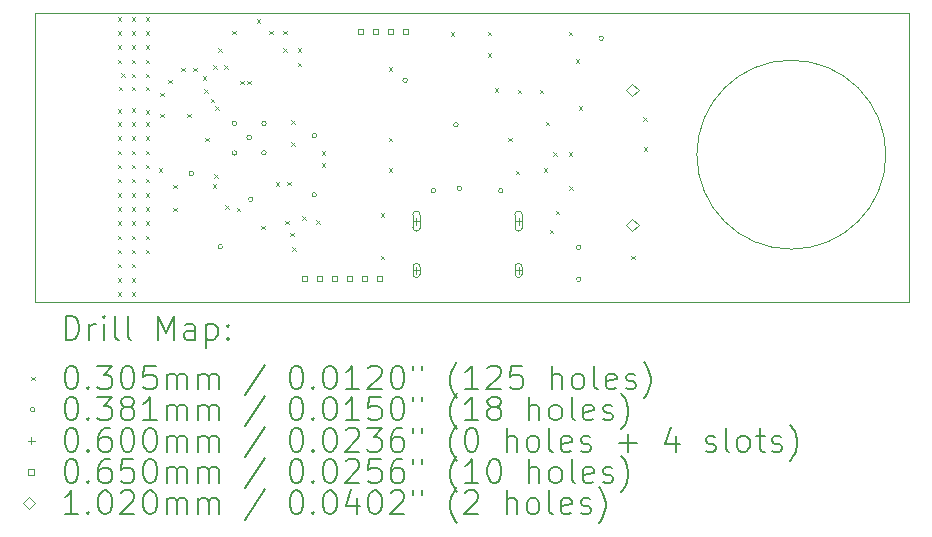
<source format=gbr>
%TF.GenerationSoftware,KiCad,Pcbnew,8.0.4*%
%TF.CreationDate,2024-08-27T21:07:48-03:00*%
%TF.ProjectId,memo,6d656d6f-2e6b-4696-9361-645f70636258,rev?*%
%TF.SameCoordinates,Original*%
%TF.FileFunction,Drillmap*%
%TF.FilePolarity,Positive*%
%FSLAX45Y45*%
G04 Gerber Fmt 4.5, Leading zero omitted, Abs format (unit mm)*
G04 Created by KiCad (PCBNEW 8.0.4) date 2024-08-27 21:07:48*
%MOMM*%
%LPD*%
G01*
G04 APERTURE LIST*
%ADD10C,0.100000*%
%ADD11C,0.200000*%
%ADD12C,0.102000*%
G04 APERTURE END LIST*
D10*
X17150000Y-8350000D02*
G75*
G02*
X15550000Y-8350000I-800000J0D01*
G01*
X15550000Y-8350000D02*
G75*
G02*
X17150000Y-8350000I800000J0D01*
G01*
X9950000Y-7150000D02*
X17350000Y-7150000D01*
X17350000Y-9600000D01*
X9950000Y-9600000D01*
X9950000Y-7150000D01*
D11*
D10*
X10644760Y-7184760D02*
X10675240Y-7215240D01*
X10675240Y-7184760D02*
X10644760Y-7215240D01*
X10644760Y-7304760D02*
X10675240Y-7335240D01*
X10675240Y-7304760D02*
X10644760Y-7335240D01*
X10644760Y-7424760D02*
X10675240Y-7455240D01*
X10675240Y-7424760D02*
X10644760Y-7455240D01*
X10644760Y-7544760D02*
X10675240Y-7575240D01*
X10675240Y-7544760D02*
X10644760Y-7575240D01*
X10644760Y-7964760D02*
X10675240Y-7995240D01*
X10675240Y-7964760D02*
X10644760Y-7995240D01*
X10644760Y-8074760D02*
X10675240Y-8105240D01*
X10675240Y-8074760D02*
X10644760Y-8105240D01*
X10644760Y-8194760D02*
X10675240Y-8225240D01*
X10675240Y-8194760D02*
X10644760Y-8225240D01*
X10644760Y-8314760D02*
X10675240Y-8345240D01*
X10675240Y-8314760D02*
X10644760Y-8345240D01*
X10644760Y-8434760D02*
X10675240Y-8465240D01*
X10675240Y-8434760D02*
X10644760Y-8465240D01*
X10644760Y-8554760D02*
X10675240Y-8585240D01*
X10675240Y-8554760D02*
X10644760Y-8585240D01*
X10644760Y-8674760D02*
X10675240Y-8705240D01*
X10675240Y-8674760D02*
X10644760Y-8705240D01*
X10644760Y-8794760D02*
X10675240Y-8825240D01*
X10675240Y-8794760D02*
X10644760Y-8825240D01*
X10644760Y-8914760D02*
X10675240Y-8945240D01*
X10675240Y-8914760D02*
X10644760Y-8945240D01*
X10644760Y-9034760D02*
X10675240Y-9065240D01*
X10675240Y-9034760D02*
X10644760Y-9065240D01*
X10644760Y-9154760D02*
X10675240Y-9185240D01*
X10675240Y-9154760D02*
X10644760Y-9185240D01*
X10644760Y-9274760D02*
X10675240Y-9305240D01*
X10675240Y-9274760D02*
X10644760Y-9305240D01*
X10644760Y-9394760D02*
X10675240Y-9425240D01*
X10675240Y-9394760D02*
X10644760Y-9425240D01*
X10644760Y-9514760D02*
X10675240Y-9545240D01*
X10675240Y-9514760D02*
X10644760Y-9545240D01*
X10654760Y-7774760D02*
X10685240Y-7805240D01*
X10685240Y-7774760D02*
X10654760Y-7805240D01*
X10674760Y-7659760D02*
X10705240Y-7690240D01*
X10705240Y-7659760D02*
X10674760Y-7690240D01*
X10764760Y-7184760D02*
X10795240Y-7215240D01*
X10795240Y-7184760D02*
X10764760Y-7215240D01*
X10764760Y-7304760D02*
X10795240Y-7335240D01*
X10795240Y-7304760D02*
X10764760Y-7335240D01*
X10764760Y-7424760D02*
X10795240Y-7455240D01*
X10795240Y-7424760D02*
X10764760Y-7455240D01*
X10764760Y-7544760D02*
X10795240Y-7575240D01*
X10795240Y-7544760D02*
X10764760Y-7575240D01*
X10764760Y-7664760D02*
X10795240Y-7695240D01*
X10795240Y-7664760D02*
X10764760Y-7695240D01*
X10764760Y-7774760D02*
X10795240Y-7805240D01*
X10795240Y-7774760D02*
X10764760Y-7805240D01*
X10764760Y-7954760D02*
X10795240Y-7985240D01*
X10795240Y-7954760D02*
X10764760Y-7985240D01*
X10764760Y-8074760D02*
X10795240Y-8105240D01*
X10795240Y-8074760D02*
X10764760Y-8105240D01*
X10764760Y-8194760D02*
X10795240Y-8225240D01*
X10795240Y-8194760D02*
X10764760Y-8225240D01*
X10764760Y-8314760D02*
X10795240Y-8345240D01*
X10795240Y-8314760D02*
X10764760Y-8345240D01*
X10764760Y-8434760D02*
X10795240Y-8465240D01*
X10795240Y-8434760D02*
X10764760Y-8465240D01*
X10764760Y-8554760D02*
X10795240Y-8585240D01*
X10795240Y-8554760D02*
X10764760Y-8585240D01*
X10764760Y-8674760D02*
X10795240Y-8705240D01*
X10795240Y-8674760D02*
X10764760Y-8705240D01*
X10764760Y-8794760D02*
X10795240Y-8825240D01*
X10795240Y-8794760D02*
X10764760Y-8825240D01*
X10764760Y-8914760D02*
X10795240Y-8945240D01*
X10795240Y-8914760D02*
X10764760Y-8945240D01*
X10764760Y-9034760D02*
X10795240Y-9065240D01*
X10795240Y-9034760D02*
X10764760Y-9065240D01*
X10764760Y-9154760D02*
X10795240Y-9185240D01*
X10795240Y-9154760D02*
X10764760Y-9185240D01*
X10764760Y-9274760D02*
X10795240Y-9305240D01*
X10795240Y-9274760D02*
X10764760Y-9305240D01*
X10764760Y-9394760D02*
X10795240Y-9425240D01*
X10795240Y-9394760D02*
X10764760Y-9425240D01*
X10764760Y-9514760D02*
X10795240Y-9545240D01*
X10795240Y-9514760D02*
X10764760Y-9545240D01*
X10884760Y-7184760D02*
X10915240Y-7215240D01*
X10915240Y-7184760D02*
X10884760Y-7215240D01*
X10884760Y-7304760D02*
X10915240Y-7335240D01*
X10915240Y-7304760D02*
X10884760Y-7335240D01*
X10884760Y-7424760D02*
X10915240Y-7455240D01*
X10915240Y-7424760D02*
X10884760Y-7455240D01*
X10884760Y-7544760D02*
X10915240Y-7575240D01*
X10915240Y-7544760D02*
X10884760Y-7575240D01*
X10884760Y-7664760D02*
X10915240Y-7695240D01*
X10915240Y-7664760D02*
X10884760Y-7695240D01*
X10884760Y-7774760D02*
X10915240Y-7805240D01*
X10915240Y-7774760D02*
X10884760Y-7805240D01*
X10884760Y-7974760D02*
X10915240Y-8005240D01*
X10915240Y-7974760D02*
X10884760Y-8005240D01*
X10884760Y-8074760D02*
X10915240Y-8105240D01*
X10915240Y-8074760D02*
X10884760Y-8105240D01*
X10884760Y-8194760D02*
X10915240Y-8225240D01*
X10915240Y-8194760D02*
X10884760Y-8225240D01*
X10884760Y-8314760D02*
X10915240Y-8345240D01*
X10915240Y-8314760D02*
X10884760Y-8345240D01*
X10884760Y-8434760D02*
X10915240Y-8465240D01*
X10915240Y-8434760D02*
X10884760Y-8465240D01*
X10884760Y-8554760D02*
X10915240Y-8585240D01*
X10915240Y-8554760D02*
X10884760Y-8585240D01*
X10884760Y-8674760D02*
X10915240Y-8705240D01*
X10915240Y-8674760D02*
X10884760Y-8705240D01*
X10884760Y-8794760D02*
X10915240Y-8825240D01*
X10915240Y-8794760D02*
X10884760Y-8825240D01*
X10884760Y-8914760D02*
X10915240Y-8945240D01*
X10915240Y-8914760D02*
X10884760Y-8945240D01*
X10884760Y-9034760D02*
X10915240Y-9065240D01*
X10915240Y-9034760D02*
X10884760Y-9065240D01*
X10884760Y-9154760D02*
X10915240Y-9185240D01*
X10915240Y-9154760D02*
X10884760Y-9185240D01*
X10994760Y-8464760D02*
X11025240Y-8495240D01*
X11025240Y-8464760D02*
X10994760Y-8495240D01*
X11004760Y-7824760D02*
X11035240Y-7855240D01*
X11035240Y-7824760D02*
X11004760Y-7855240D01*
X11004760Y-8004760D02*
X11035240Y-8035240D01*
X11035240Y-8004760D02*
X11004760Y-8035240D01*
X11074760Y-7714760D02*
X11105240Y-7745240D01*
X11105240Y-7714760D02*
X11074760Y-7745240D01*
X11114760Y-8604760D02*
X11145240Y-8635240D01*
X11145240Y-8604760D02*
X11114760Y-8635240D01*
X11114760Y-8799760D02*
X11145240Y-8830240D01*
X11145240Y-8799760D02*
X11114760Y-8830240D01*
X11184760Y-7614760D02*
X11215240Y-7645240D01*
X11215240Y-7614760D02*
X11184760Y-7645240D01*
X11234760Y-8004760D02*
X11265240Y-8035240D01*
X11265240Y-8004760D02*
X11234760Y-8035240D01*
X11284760Y-7614760D02*
X11315240Y-7645240D01*
X11315240Y-7614760D02*
X11284760Y-7645240D01*
X11364760Y-7684760D02*
X11395240Y-7715240D01*
X11395240Y-7684760D02*
X11364760Y-7715240D01*
X11379760Y-7794760D02*
X11410240Y-7825240D01*
X11410240Y-7794760D02*
X11379760Y-7825240D01*
X11384760Y-8204760D02*
X11415240Y-8235240D01*
X11415240Y-8204760D02*
X11384760Y-8235240D01*
X11434760Y-7874760D02*
X11465240Y-7905240D01*
X11465240Y-7874760D02*
X11434760Y-7905240D01*
X11449760Y-8599760D02*
X11480240Y-8630240D01*
X11480240Y-8599760D02*
X11449760Y-8630240D01*
X11454760Y-7594760D02*
X11485240Y-7625240D01*
X11485240Y-7594760D02*
X11454760Y-7625240D01*
X11464760Y-8514760D02*
X11495240Y-8545240D01*
X11495240Y-8514760D02*
X11464760Y-8545240D01*
X11469760Y-7939760D02*
X11500240Y-7970240D01*
X11500240Y-7939760D02*
X11469760Y-7970240D01*
X11499760Y-7449760D02*
X11530240Y-7480240D01*
X11530240Y-7449760D02*
X11499760Y-7480240D01*
X11549760Y-7594760D02*
X11580240Y-7625240D01*
X11580240Y-7594760D02*
X11549760Y-7625240D01*
X11554760Y-8779760D02*
X11585240Y-8810240D01*
X11585240Y-8779760D02*
X11554760Y-8810240D01*
X11614760Y-7299760D02*
X11645240Y-7330240D01*
X11645240Y-7299760D02*
X11614760Y-7330240D01*
X11654760Y-8799760D02*
X11685240Y-8830240D01*
X11685240Y-8799760D02*
X11654760Y-8830240D01*
X11684760Y-7724760D02*
X11715240Y-7755240D01*
X11715240Y-7724760D02*
X11684760Y-7755240D01*
X11744760Y-7724760D02*
X11775240Y-7755240D01*
X11775240Y-7724760D02*
X11744760Y-7755240D01*
X11824760Y-7204760D02*
X11855240Y-7235240D01*
X11855240Y-7204760D02*
X11824760Y-7235240D01*
X11862260Y-8949760D02*
X11892740Y-8980240D01*
X11892740Y-8949760D02*
X11862260Y-8980240D01*
X11929760Y-7299760D02*
X11960240Y-7330240D01*
X11960240Y-7299760D02*
X11929760Y-7330240D01*
X11984760Y-8584760D02*
X12015240Y-8615240D01*
X12015240Y-8584760D02*
X11984760Y-8615240D01*
X12049760Y-7299760D02*
X12080240Y-7330240D01*
X12080240Y-7299760D02*
X12049760Y-7330240D01*
X12049760Y-7449760D02*
X12080240Y-7480240D01*
X12080240Y-7449760D02*
X12049760Y-7480240D01*
X12064760Y-8909760D02*
X12095240Y-8940240D01*
X12095240Y-8909760D02*
X12064760Y-8940240D01*
X12079760Y-8579760D02*
X12110240Y-8610240D01*
X12110240Y-8579760D02*
X12079760Y-8610240D01*
X12104760Y-9009760D02*
X12135240Y-9040240D01*
X12135240Y-9009760D02*
X12104760Y-9040240D01*
X12114760Y-8059760D02*
X12145240Y-8090240D01*
X12145240Y-8059760D02*
X12114760Y-8090240D01*
X12114760Y-8244760D02*
X12145240Y-8275240D01*
X12145240Y-8244760D02*
X12114760Y-8275240D01*
X12124760Y-9134760D02*
X12155240Y-9165240D01*
X12155240Y-9134760D02*
X12124760Y-9165240D01*
X12169760Y-7449760D02*
X12200240Y-7480240D01*
X12200240Y-7449760D02*
X12169760Y-7480240D01*
X12169760Y-7569760D02*
X12200240Y-7600240D01*
X12200240Y-7569760D02*
X12169760Y-7600240D01*
X12209760Y-8872260D02*
X12240240Y-8902740D01*
X12240240Y-8872260D02*
X12209760Y-8902740D01*
X12324760Y-8907260D02*
X12355240Y-8937740D01*
X12355240Y-8907260D02*
X12324760Y-8937740D01*
X12374760Y-8319760D02*
X12405240Y-8350240D01*
X12405240Y-8319760D02*
X12374760Y-8350240D01*
X12374760Y-8419760D02*
X12405240Y-8450240D01*
X12405240Y-8419760D02*
X12374760Y-8450240D01*
X12872260Y-8844760D02*
X12902740Y-8875240D01*
X12902740Y-8844760D02*
X12872260Y-8875240D01*
X12874760Y-9204760D02*
X12905240Y-9235240D01*
X12905240Y-9204760D02*
X12874760Y-9235240D01*
X12939760Y-7609760D02*
X12970240Y-7640240D01*
X12970240Y-7609760D02*
X12939760Y-7640240D01*
X12939760Y-8204760D02*
X12970240Y-8235240D01*
X12970240Y-8204760D02*
X12939760Y-8235240D01*
X12939760Y-8464760D02*
X12970240Y-8495240D01*
X12970240Y-8464760D02*
X12939760Y-8495240D01*
X13464760Y-7314760D02*
X13495240Y-7345240D01*
X13495240Y-7314760D02*
X13464760Y-7345240D01*
X13779760Y-7309760D02*
X13810240Y-7340240D01*
X13810240Y-7309760D02*
X13779760Y-7340240D01*
X13779760Y-7489760D02*
X13810240Y-7520240D01*
X13810240Y-7489760D02*
X13779760Y-7520240D01*
X13839760Y-7789760D02*
X13870240Y-7820240D01*
X13870240Y-7789760D02*
X13839760Y-7820240D01*
X13954760Y-8204760D02*
X13985240Y-8235240D01*
X13985240Y-8204760D02*
X13954760Y-8235240D01*
X14014760Y-8484760D02*
X14045240Y-8515240D01*
X14045240Y-8484760D02*
X14014760Y-8515240D01*
X14034760Y-7799760D02*
X14065240Y-7830240D01*
X14065240Y-7799760D02*
X14034760Y-7830240D01*
X14219760Y-7799760D02*
X14250240Y-7830240D01*
X14250240Y-7799760D02*
X14219760Y-7830240D01*
X14254760Y-8464760D02*
X14285240Y-8495240D01*
X14285240Y-8464760D02*
X14254760Y-8495240D01*
X14269760Y-8069760D02*
X14300240Y-8100240D01*
X14300240Y-8069760D02*
X14269760Y-8100240D01*
X14304760Y-8984760D02*
X14335240Y-9015240D01*
X14335240Y-8984760D02*
X14304760Y-9015240D01*
X14334760Y-8329760D02*
X14365240Y-8360240D01*
X14365240Y-8329760D02*
X14334760Y-8360240D01*
X14354760Y-8824760D02*
X14385240Y-8855240D01*
X14385240Y-8824760D02*
X14354760Y-8855240D01*
X14464760Y-7309760D02*
X14495240Y-7340240D01*
X14495240Y-7309760D02*
X14464760Y-7340240D01*
X14464760Y-8329760D02*
X14495240Y-8360240D01*
X14495240Y-8329760D02*
X14464760Y-8360240D01*
X14469760Y-8614760D02*
X14500240Y-8645240D01*
X14500240Y-8614760D02*
X14469760Y-8645240D01*
X14524760Y-7539760D02*
X14555240Y-7570240D01*
X14555240Y-7539760D02*
X14524760Y-7570240D01*
X14549760Y-7939760D02*
X14580240Y-7970240D01*
X14580240Y-7939760D02*
X14549760Y-7970240D01*
X14992260Y-9204760D02*
X15022740Y-9235240D01*
X15022740Y-9204760D02*
X14992260Y-9235240D01*
X15094760Y-8034760D02*
X15125240Y-8065240D01*
X15125240Y-8034760D02*
X15094760Y-8065240D01*
X15099760Y-8284760D02*
X15130240Y-8315240D01*
X15130240Y-8284760D02*
X15099760Y-8315240D01*
X11289050Y-8510000D02*
G75*
G02*
X11250950Y-8510000I-19050J0D01*
G01*
X11250950Y-8510000D02*
G75*
G02*
X11289050Y-8510000I19050J0D01*
G01*
X11534050Y-9130000D02*
G75*
G02*
X11495950Y-9130000I-19050J0D01*
G01*
X11495950Y-9130000D02*
G75*
G02*
X11534050Y-9130000I19050J0D01*
G01*
X11654050Y-8085000D02*
G75*
G02*
X11615950Y-8085000I-19050J0D01*
G01*
X11615950Y-8085000D02*
G75*
G02*
X11654050Y-8085000I19050J0D01*
G01*
X11654050Y-8335000D02*
G75*
G02*
X11615950Y-8335000I-19050J0D01*
G01*
X11615950Y-8335000D02*
G75*
G02*
X11654050Y-8335000I19050J0D01*
G01*
X11779050Y-8205000D02*
G75*
G02*
X11740950Y-8205000I-19050J0D01*
G01*
X11740950Y-8205000D02*
G75*
G02*
X11779050Y-8205000I19050J0D01*
G01*
X11791703Y-8727347D02*
G75*
G02*
X11753603Y-8727347I-19050J0D01*
G01*
X11753603Y-8727347D02*
G75*
G02*
X11791703Y-8727347I19050J0D01*
G01*
X11904050Y-8085000D02*
G75*
G02*
X11865950Y-8085000I-19050J0D01*
G01*
X11865950Y-8085000D02*
G75*
G02*
X11904050Y-8085000I19050J0D01*
G01*
X11904050Y-8335000D02*
G75*
G02*
X11865950Y-8335000I-19050J0D01*
G01*
X11865950Y-8335000D02*
G75*
G02*
X11904050Y-8335000I19050J0D01*
G01*
X12329050Y-8690000D02*
G75*
G02*
X12290950Y-8690000I-19050J0D01*
G01*
X12290950Y-8690000D02*
G75*
G02*
X12329050Y-8690000I19050J0D01*
G01*
X12330050Y-8190000D02*
G75*
G02*
X12291950Y-8190000I-19050J0D01*
G01*
X12291950Y-8190000D02*
G75*
G02*
X12330050Y-8190000I19050J0D01*
G01*
X13099050Y-7720000D02*
G75*
G02*
X13060950Y-7720000I-19050J0D01*
G01*
X13060950Y-7720000D02*
G75*
G02*
X13099050Y-7720000I19050J0D01*
G01*
X13339050Y-8655000D02*
G75*
G02*
X13300950Y-8655000I-19050J0D01*
G01*
X13300950Y-8655000D02*
G75*
G02*
X13339050Y-8655000I19050J0D01*
G01*
X13529050Y-8097500D02*
G75*
G02*
X13490950Y-8097500I-19050J0D01*
G01*
X13490950Y-8097500D02*
G75*
G02*
X13529050Y-8097500I19050J0D01*
G01*
X13559050Y-8635000D02*
G75*
G02*
X13520950Y-8635000I-19050J0D01*
G01*
X13520950Y-8635000D02*
G75*
G02*
X13559050Y-8635000I19050J0D01*
G01*
X13909050Y-8655000D02*
G75*
G02*
X13870950Y-8655000I-19050J0D01*
G01*
X13870950Y-8655000D02*
G75*
G02*
X13909050Y-8655000I19050J0D01*
G01*
X14569050Y-9135000D02*
G75*
G02*
X14530950Y-9135000I-19050J0D01*
G01*
X14530950Y-9135000D02*
G75*
G02*
X14569050Y-9135000I19050J0D01*
G01*
X14569050Y-9405000D02*
G75*
G02*
X14530950Y-9405000I-19050J0D01*
G01*
X14530950Y-9405000D02*
G75*
G02*
X14569050Y-9405000I19050J0D01*
G01*
X14759050Y-7365000D02*
G75*
G02*
X14720950Y-7365000I-19050J0D01*
G01*
X14720950Y-7365000D02*
G75*
G02*
X14759050Y-7365000I19050J0D01*
G01*
X13176000Y-8882000D02*
X13176000Y-8942000D01*
X13146000Y-8912000D02*
X13206000Y-8912000D01*
X13146000Y-8857000D02*
X13146000Y-8967000D01*
X13206000Y-8967000D02*
G75*
G02*
X13146000Y-8967000I-30000J0D01*
G01*
X13206000Y-8967000D02*
X13206000Y-8857000D01*
X13206000Y-8857000D02*
G75*
G03*
X13146000Y-8857000I-30000J0D01*
G01*
X13176000Y-9300000D02*
X13176000Y-9360000D01*
X13146000Y-9330000D02*
X13206000Y-9330000D01*
X13146000Y-9300000D02*
X13146000Y-9360000D01*
X13206000Y-9360000D02*
G75*
G02*
X13146000Y-9360000I-30000J0D01*
G01*
X13206000Y-9360000D02*
X13206000Y-9300000D01*
X13206000Y-9300000D02*
G75*
G03*
X13146000Y-9300000I-30000J0D01*
G01*
X14040000Y-8882000D02*
X14040000Y-8942000D01*
X14010000Y-8912000D02*
X14070000Y-8912000D01*
X14010000Y-8857000D02*
X14010000Y-8967000D01*
X14070000Y-8967000D02*
G75*
G02*
X14010000Y-8967000I-30000J0D01*
G01*
X14070000Y-8967000D02*
X14070000Y-8857000D01*
X14070000Y-8857000D02*
G75*
G03*
X14010000Y-8857000I-30000J0D01*
G01*
X14040000Y-9300000D02*
X14040000Y-9360000D01*
X14010000Y-9330000D02*
X14070000Y-9330000D01*
X14010000Y-9300000D02*
X14010000Y-9360000D01*
X14070000Y-9360000D02*
G75*
G02*
X14010000Y-9360000I-30000J0D01*
G01*
X14070000Y-9360000D02*
X14070000Y-9300000D01*
X14070000Y-9300000D02*
G75*
G03*
X14010000Y-9300000I-30000J0D01*
G01*
X12250481Y-9422981D02*
X12250481Y-9377019D01*
X12204519Y-9377019D01*
X12204519Y-9422981D01*
X12250481Y-9422981D01*
X12377481Y-9422981D02*
X12377481Y-9377019D01*
X12331519Y-9377019D01*
X12331519Y-9422981D01*
X12377481Y-9422981D01*
X12504481Y-9422981D02*
X12504481Y-9377019D01*
X12458519Y-9377019D01*
X12458519Y-9422981D01*
X12504481Y-9422981D01*
X12631481Y-9422981D02*
X12631481Y-9377019D01*
X12585519Y-9377019D01*
X12585519Y-9422981D01*
X12631481Y-9422981D01*
X12722981Y-7327981D02*
X12722981Y-7282019D01*
X12677019Y-7282019D01*
X12677019Y-7327981D01*
X12722981Y-7327981D01*
X12758481Y-9422981D02*
X12758481Y-9377019D01*
X12712519Y-9377019D01*
X12712519Y-9422981D01*
X12758481Y-9422981D01*
X12849981Y-7327981D02*
X12849981Y-7282019D01*
X12804019Y-7282019D01*
X12804019Y-7327981D01*
X12849981Y-7327981D01*
X12885481Y-9422981D02*
X12885481Y-9377019D01*
X12839519Y-9377019D01*
X12839519Y-9422981D01*
X12885481Y-9422981D01*
X12976981Y-7327981D02*
X12976981Y-7282019D01*
X12931019Y-7282019D01*
X12931019Y-7327981D01*
X12976981Y-7327981D01*
X13103981Y-7327981D02*
X13103981Y-7282019D01*
X13058019Y-7282019D01*
X13058019Y-7327981D01*
X13103981Y-7327981D01*
D12*
X15005000Y-7849500D02*
X15056000Y-7798500D01*
X15005000Y-7747500D01*
X14954000Y-7798500D01*
X15005000Y-7849500D01*
X15005000Y-8999500D02*
X15056000Y-8948500D01*
X15005000Y-8897500D01*
X14954000Y-8948500D01*
X15005000Y-8999500D01*
D11*
X10205777Y-9916484D02*
X10205777Y-9716484D01*
X10205777Y-9716484D02*
X10253396Y-9716484D01*
X10253396Y-9716484D02*
X10281967Y-9726008D01*
X10281967Y-9726008D02*
X10301015Y-9745055D01*
X10301015Y-9745055D02*
X10310539Y-9764103D01*
X10310539Y-9764103D02*
X10320063Y-9802198D01*
X10320063Y-9802198D02*
X10320063Y-9830770D01*
X10320063Y-9830770D02*
X10310539Y-9868865D01*
X10310539Y-9868865D02*
X10301015Y-9887912D01*
X10301015Y-9887912D02*
X10281967Y-9906960D01*
X10281967Y-9906960D02*
X10253396Y-9916484D01*
X10253396Y-9916484D02*
X10205777Y-9916484D01*
X10405777Y-9916484D02*
X10405777Y-9783150D01*
X10405777Y-9821246D02*
X10415301Y-9802198D01*
X10415301Y-9802198D02*
X10424824Y-9792674D01*
X10424824Y-9792674D02*
X10443872Y-9783150D01*
X10443872Y-9783150D02*
X10462920Y-9783150D01*
X10529586Y-9916484D02*
X10529586Y-9783150D01*
X10529586Y-9716484D02*
X10520063Y-9726008D01*
X10520063Y-9726008D02*
X10529586Y-9735531D01*
X10529586Y-9735531D02*
X10539110Y-9726008D01*
X10539110Y-9726008D02*
X10529586Y-9716484D01*
X10529586Y-9716484D02*
X10529586Y-9735531D01*
X10653396Y-9916484D02*
X10634348Y-9906960D01*
X10634348Y-9906960D02*
X10624824Y-9887912D01*
X10624824Y-9887912D02*
X10624824Y-9716484D01*
X10758158Y-9916484D02*
X10739110Y-9906960D01*
X10739110Y-9906960D02*
X10729586Y-9887912D01*
X10729586Y-9887912D02*
X10729586Y-9716484D01*
X10986729Y-9916484D02*
X10986729Y-9716484D01*
X10986729Y-9716484D02*
X11053396Y-9859341D01*
X11053396Y-9859341D02*
X11120063Y-9716484D01*
X11120063Y-9716484D02*
X11120063Y-9916484D01*
X11301015Y-9916484D02*
X11301015Y-9811722D01*
X11301015Y-9811722D02*
X11291491Y-9792674D01*
X11291491Y-9792674D02*
X11272443Y-9783150D01*
X11272443Y-9783150D02*
X11234348Y-9783150D01*
X11234348Y-9783150D02*
X11215301Y-9792674D01*
X11301015Y-9906960D02*
X11281967Y-9916484D01*
X11281967Y-9916484D02*
X11234348Y-9916484D01*
X11234348Y-9916484D02*
X11215301Y-9906960D01*
X11215301Y-9906960D02*
X11205777Y-9887912D01*
X11205777Y-9887912D02*
X11205777Y-9868865D01*
X11205777Y-9868865D02*
X11215301Y-9849817D01*
X11215301Y-9849817D02*
X11234348Y-9840293D01*
X11234348Y-9840293D02*
X11281967Y-9840293D01*
X11281967Y-9840293D02*
X11301015Y-9830770D01*
X11396253Y-9783150D02*
X11396253Y-9983150D01*
X11396253Y-9792674D02*
X11415301Y-9783150D01*
X11415301Y-9783150D02*
X11453396Y-9783150D01*
X11453396Y-9783150D02*
X11472443Y-9792674D01*
X11472443Y-9792674D02*
X11481967Y-9802198D01*
X11481967Y-9802198D02*
X11491491Y-9821246D01*
X11491491Y-9821246D02*
X11491491Y-9878389D01*
X11491491Y-9878389D02*
X11481967Y-9897436D01*
X11481967Y-9897436D02*
X11472443Y-9906960D01*
X11472443Y-9906960D02*
X11453396Y-9916484D01*
X11453396Y-9916484D02*
X11415301Y-9916484D01*
X11415301Y-9916484D02*
X11396253Y-9906960D01*
X11577205Y-9897436D02*
X11586729Y-9906960D01*
X11586729Y-9906960D02*
X11577205Y-9916484D01*
X11577205Y-9916484D02*
X11567682Y-9906960D01*
X11567682Y-9906960D02*
X11577205Y-9897436D01*
X11577205Y-9897436D02*
X11577205Y-9916484D01*
X11577205Y-9792674D02*
X11586729Y-9802198D01*
X11586729Y-9802198D02*
X11577205Y-9811722D01*
X11577205Y-9811722D02*
X11567682Y-9802198D01*
X11567682Y-9802198D02*
X11577205Y-9792674D01*
X11577205Y-9792674D02*
X11577205Y-9811722D01*
D10*
X9914520Y-10229760D02*
X9945000Y-10260240D01*
X9945000Y-10229760D02*
X9914520Y-10260240D01*
D11*
X10243872Y-10136484D02*
X10262920Y-10136484D01*
X10262920Y-10136484D02*
X10281967Y-10146008D01*
X10281967Y-10146008D02*
X10291491Y-10155531D01*
X10291491Y-10155531D02*
X10301015Y-10174579D01*
X10301015Y-10174579D02*
X10310539Y-10212674D01*
X10310539Y-10212674D02*
X10310539Y-10260293D01*
X10310539Y-10260293D02*
X10301015Y-10298389D01*
X10301015Y-10298389D02*
X10291491Y-10317436D01*
X10291491Y-10317436D02*
X10281967Y-10326960D01*
X10281967Y-10326960D02*
X10262920Y-10336484D01*
X10262920Y-10336484D02*
X10243872Y-10336484D01*
X10243872Y-10336484D02*
X10224824Y-10326960D01*
X10224824Y-10326960D02*
X10215301Y-10317436D01*
X10215301Y-10317436D02*
X10205777Y-10298389D01*
X10205777Y-10298389D02*
X10196253Y-10260293D01*
X10196253Y-10260293D02*
X10196253Y-10212674D01*
X10196253Y-10212674D02*
X10205777Y-10174579D01*
X10205777Y-10174579D02*
X10215301Y-10155531D01*
X10215301Y-10155531D02*
X10224824Y-10146008D01*
X10224824Y-10146008D02*
X10243872Y-10136484D01*
X10396253Y-10317436D02*
X10405777Y-10326960D01*
X10405777Y-10326960D02*
X10396253Y-10336484D01*
X10396253Y-10336484D02*
X10386729Y-10326960D01*
X10386729Y-10326960D02*
X10396253Y-10317436D01*
X10396253Y-10317436D02*
X10396253Y-10336484D01*
X10472444Y-10136484D02*
X10596253Y-10136484D01*
X10596253Y-10136484D02*
X10529586Y-10212674D01*
X10529586Y-10212674D02*
X10558158Y-10212674D01*
X10558158Y-10212674D02*
X10577205Y-10222198D01*
X10577205Y-10222198D02*
X10586729Y-10231722D01*
X10586729Y-10231722D02*
X10596253Y-10250770D01*
X10596253Y-10250770D02*
X10596253Y-10298389D01*
X10596253Y-10298389D02*
X10586729Y-10317436D01*
X10586729Y-10317436D02*
X10577205Y-10326960D01*
X10577205Y-10326960D02*
X10558158Y-10336484D01*
X10558158Y-10336484D02*
X10501015Y-10336484D01*
X10501015Y-10336484D02*
X10481967Y-10326960D01*
X10481967Y-10326960D02*
X10472444Y-10317436D01*
X10720063Y-10136484D02*
X10739110Y-10136484D01*
X10739110Y-10136484D02*
X10758158Y-10146008D01*
X10758158Y-10146008D02*
X10767682Y-10155531D01*
X10767682Y-10155531D02*
X10777205Y-10174579D01*
X10777205Y-10174579D02*
X10786729Y-10212674D01*
X10786729Y-10212674D02*
X10786729Y-10260293D01*
X10786729Y-10260293D02*
X10777205Y-10298389D01*
X10777205Y-10298389D02*
X10767682Y-10317436D01*
X10767682Y-10317436D02*
X10758158Y-10326960D01*
X10758158Y-10326960D02*
X10739110Y-10336484D01*
X10739110Y-10336484D02*
X10720063Y-10336484D01*
X10720063Y-10336484D02*
X10701015Y-10326960D01*
X10701015Y-10326960D02*
X10691491Y-10317436D01*
X10691491Y-10317436D02*
X10681967Y-10298389D01*
X10681967Y-10298389D02*
X10672444Y-10260293D01*
X10672444Y-10260293D02*
X10672444Y-10212674D01*
X10672444Y-10212674D02*
X10681967Y-10174579D01*
X10681967Y-10174579D02*
X10691491Y-10155531D01*
X10691491Y-10155531D02*
X10701015Y-10146008D01*
X10701015Y-10146008D02*
X10720063Y-10136484D01*
X10967682Y-10136484D02*
X10872444Y-10136484D01*
X10872444Y-10136484D02*
X10862920Y-10231722D01*
X10862920Y-10231722D02*
X10872444Y-10222198D01*
X10872444Y-10222198D02*
X10891491Y-10212674D01*
X10891491Y-10212674D02*
X10939110Y-10212674D01*
X10939110Y-10212674D02*
X10958158Y-10222198D01*
X10958158Y-10222198D02*
X10967682Y-10231722D01*
X10967682Y-10231722D02*
X10977205Y-10250770D01*
X10977205Y-10250770D02*
X10977205Y-10298389D01*
X10977205Y-10298389D02*
X10967682Y-10317436D01*
X10967682Y-10317436D02*
X10958158Y-10326960D01*
X10958158Y-10326960D02*
X10939110Y-10336484D01*
X10939110Y-10336484D02*
X10891491Y-10336484D01*
X10891491Y-10336484D02*
X10872444Y-10326960D01*
X10872444Y-10326960D02*
X10862920Y-10317436D01*
X11062920Y-10336484D02*
X11062920Y-10203150D01*
X11062920Y-10222198D02*
X11072444Y-10212674D01*
X11072444Y-10212674D02*
X11091491Y-10203150D01*
X11091491Y-10203150D02*
X11120063Y-10203150D01*
X11120063Y-10203150D02*
X11139110Y-10212674D01*
X11139110Y-10212674D02*
X11148634Y-10231722D01*
X11148634Y-10231722D02*
X11148634Y-10336484D01*
X11148634Y-10231722D02*
X11158158Y-10212674D01*
X11158158Y-10212674D02*
X11177205Y-10203150D01*
X11177205Y-10203150D02*
X11205777Y-10203150D01*
X11205777Y-10203150D02*
X11224824Y-10212674D01*
X11224824Y-10212674D02*
X11234348Y-10231722D01*
X11234348Y-10231722D02*
X11234348Y-10336484D01*
X11329586Y-10336484D02*
X11329586Y-10203150D01*
X11329586Y-10222198D02*
X11339110Y-10212674D01*
X11339110Y-10212674D02*
X11358158Y-10203150D01*
X11358158Y-10203150D02*
X11386729Y-10203150D01*
X11386729Y-10203150D02*
X11405777Y-10212674D01*
X11405777Y-10212674D02*
X11415301Y-10231722D01*
X11415301Y-10231722D02*
X11415301Y-10336484D01*
X11415301Y-10231722D02*
X11424824Y-10212674D01*
X11424824Y-10212674D02*
X11443872Y-10203150D01*
X11443872Y-10203150D02*
X11472443Y-10203150D01*
X11472443Y-10203150D02*
X11491491Y-10212674D01*
X11491491Y-10212674D02*
X11501015Y-10231722D01*
X11501015Y-10231722D02*
X11501015Y-10336484D01*
X11891491Y-10126960D02*
X11720063Y-10384103D01*
X12148634Y-10136484D02*
X12167682Y-10136484D01*
X12167682Y-10136484D02*
X12186729Y-10146008D01*
X12186729Y-10146008D02*
X12196253Y-10155531D01*
X12196253Y-10155531D02*
X12205777Y-10174579D01*
X12205777Y-10174579D02*
X12215301Y-10212674D01*
X12215301Y-10212674D02*
X12215301Y-10260293D01*
X12215301Y-10260293D02*
X12205777Y-10298389D01*
X12205777Y-10298389D02*
X12196253Y-10317436D01*
X12196253Y-10317436D02*
X12186729Y-10326960D01*
X12186729Y-10326960D02*
X12167682Y-10336484D01*
X12167682Y-10336484D02*
X12148634Y-10336484D01*
X12148634Y-10336484D02*
X12129586Y-10326960D01*
X12129586Y-10326960D02*
X12120063Y-10317436D01*
X12120063Y-10317436D02*
X12110539Y-10298389D01*
X12110539Y-10298389D02*
X12101015Y-10260293D01*
X12101015Y-10260293D02*
X12101015Y-10212674D01*
X12101015Y-10212674D02*
X12110539Y-10174579D01*
X12110539Y-10174579D02*
X12120063Y-10155531D01*
X12120063Y-10155531D02*
X12129586Y-10146008D01*
X12129586Y-10146008D02*
X12148634Y-10136484D01*
X12301015Y-10317436D02*
X12310539Y-10326960D01*
X12310539Y-10326960D02*
X12301015Y-10336484D01*
X12301015Y-10336484D02*
X12291491Y-10326960D01*
X12291491Y-10326960D02*
X12301015Y-10317436D01*
X12301015Y-10317436D02*
X12301015Y-10336484D01*
X12434348Y-10136484D02*
X12453396Y-10136484D01*
X12453396Y-10136484D02*
X12472444Y-10146008D01*
X12472444Y-10146008D02*
X12481967Y-10155531D01*
X12481967Y-10155531D02*
X12491491Y-10174579D01*
X12491491Y-10174579D02*
X12501015Y-10212674D01*
X12501015Y-10212674D02*
X12501015Y-10260293D01*
X12501015Y-10260293D02*
X12491491Y-10298389D01*
X12491491Y-10298389D02*
X12481967Y-10317436D01*
X12481967Y-10317436D02*
X12472444Y-10326960D01*
X12472444Y-10326960D02*
X12453396Y-10336484D01*
X12453396Y-10336484D02*
X12434348Y-10336484D01*
X12434348Y-10336484D02*
X12415301Y-10326960D01*
X12415301Y-10326960D02*
X12405777Y-10317436D01*
X12405777Y-10317436D02*
X12396253Y-10298389D01*
X12396253Y-10298389D02*
X12386729Y-10260293D01*
X12386729Y-10260293D02*
X12386729Y-10212674D01*
X12386729Y-10212674D02*
X12396253Y-10174579D01*
X12396253Y-10174579D02*
X12405777Y-10155531D01*
X12405777Y-10155531D02*
X12415301Y-10146008D01*
X12415301Y-10146008D02*
X12434348Y-10136484D01*
X12691491Y-10336484D02*
X12577206Y-10336484D01*
X12634348Y-10336484D02*
X12634348Y-10136484D01*
X12634348Y-10136484D02*
X12615301Y-10165055D01*
X12615301Y-10165055D02*
X12596253Y-10184103D01*
X12596253Y-10184103D02*
X12577206Y-10193627D01*
X12767682Y-10155531D02*
X12777206Y-10146008D01*
X12777206Y-10146008D02*
X12796253Y-10136484D01*
X12796253Y-10136484D02*
X12843872Y-10136484D01*
X12843872Y-10136484D02*
X12862920Y-10146008D01*
X12862920Y-10146008D02*
X12872444Y-10155531D01*
X12872444Y-10155531D02*
X12881967Y-10174579D01*
X12881967Y-10174579D02*
X12881967Y-10193627D01*
X12881967Y-10193627D02*
X12872444Y-10222198D01*
X12872444Y-10222198D02*
X12758158Y-10336484D01*
X12758158Y-10336484D02*
X12881967Y-10336484D01*
X13005777Y-10136484D02*
X13024825Y-10136484D01*
X13024825Y-10136484D02*
X13043872Y-10146008D01*
X13043872Y-10146008D02*
X13053396Y-10155531D01*
X13053396Y-10155531D02*
X13062920Y-10174579D01*
X13062920Y-10174579D02*
X13072444Y-10212674D01*
X13072444Y-10212674D02*
X13072444Y-10260293D01*
X13072444Y-10260293D02*
X13062920Y-10298389D01*
X13062920Y-10298389D02*
X13053396Y-10317436D01*
X13053396Y-10317436D02*
X13043872Y-10326960D01*
X13043872Y-10326960D02*
X13024825Y-10336484D01*
X13024825Y-10336484D02*
X13005777Y-10336484D01*
X13005777Y-10336484D02*
X12986729Y-10326960D01*
X12986729Y-10326960D02*
X12977206Y-10317436D01*
X12977206Y-10317436D02*
X12967682Y-10298389D01*
X12967682Y-10298389D02*
X12958158Y-10260293D01*
X12958158Y-10260293D02*
X12958158Y-10212674D01*
X12958158Y-10212674D02*
X12967682Y-10174579D01*
X12967682Y-10174579D02*
X12977206Y-10155531D01*
X12977206Y-10155531D02*
X12986729Y-10146008D01*
X12986729Y-10146008D02*
X13005777Y-10136484D01*
X13148634Y-10136484D02*
X13148634Y-10174579D01*
X13224825Y-10136484D02*
X13224825Y-10174579D01*
X13520063Y-10412674D02*
X13510539Y-10403150D01*
X13510539Y-10403150D02*
X13491491Y-10374579D01*
X13491491Y-10374579D02*
X13481968Y-10355531D01*
X13481968Y-10355531D02*
X13472444Y-10326960D01*
X13472444Y-10326960D02*
X13462920Y-10279341D01*
X13462920Y-10279341D02*
X13462920Y-10241246D01*
X13462920Y-10241246D02*
X13472444Y-10193627D01*
X13472444Y-10193627D02*
X13481968Y-10165055D01*
X13481968Y-10165055D02*
X13491491Y-10146008D01*
X13491491Y-10146008D02*
X13510539Y-10117436D01*
X13510539Y-10117436D02*
X13520063Y-10107912D01*
X13701015Y-10336484D02*
X13586729Y-10336484D01*
X13643872Y-10336484D02*
X13643872Y-10136484D01*
X13643872Y-10136484D02*
X13624825Y-10165055D01*
X13624825Y-10165055D02*
X13605777Y-10184103D01*
X13605777Y-10184103D02*
X13586729Y-10193627D01*
X13777206Y-10155531D02*
X13786729Y-10146008D01*
X13786729Y-10146008D02*
X13805777Y-10136484D01*
X13805777Y-10136484D02*
X13853396Y-10136484D01*
X13853396Y-10136484D02*
X13872444Y-10146008D01*
X13872444Y-10146008D02*
X13881968Y-10155531D01*
X13881968Y-10155531D02*
X13891491Y-10174579D01*
X13891491Y-10174579D02*
X13891491Y-10193627D01*
X13891491Y-10193627D02*
X13881968Y-10222198D01*
X13881968Y-10222198D02*
X13767682Y-10336484D01*
X13767682Y-10336484D02*
X13891491Y-10336484D01*
X14072444Y-10136484D02*
X13977206Y-10136484D01*
X13977206Y-10136484D02*
X13967682Y-10231722D01*
X13967682Y-10231722D02*
X13977206Y-10222198D01*
X13977206Y-10222198D02*
X13996253Y-10212674D01*
X13996253Y-10212674D02*
X14043872Y-10212674D01*
X14043872Y-10212674D02*
X14062920Y-10222198D01*
X14062920Y-10222198D02*
X14072444Y-10231722D01*
X14072444Y-10231722D02*
X14081968Y-10250770D01*
X14081968Y-10250770D02*
X14081968Y-10298389D01*
X14081968Y-10298389D02*
X14072444Y-10317436D01*
X14072444Y-10317436D02*
X14062920Y-10326960D01*
X14062920Y-10326960D02*
X14043872Y-10336484D01*
X14043872Y-10336484D02*
X13996253Y-10336484D01*
X13996253Y-10336484D02*
X13977206Y-10326960D01*
X13977206Y-10326960D02*
X13967682Y-10317436D01*
X14320063Y-10336484D02*
X14320063Y-10136484D01*
X14405777Y-10336484D02*
X14405777Y-10231722D01*
X14405777Y-10231722D02*
X14396253Y-10212674D01*
X14396253Y-10212674D02*
X14377206Y-10203150D01*
X14377206Y-10203150D02*
X14348634Y-10203150D01*
X14348634Y-10203150D02*
X14329587Y-10212674D01*
X14329587Y-10212674D02*
X14320063Y-10222198D01*
X14529587Y-10336484D02*
X14510539Y-10326960D01*
X14510539Y-10326960D02*
X14501015Y-10317436D01*
X14501015Y-10317436D02*
X14491491Y-10298389D01*
X14491491Y-10298389D02*
X14491491Y-10241246D01*
X14491491Y-10241246D02*
X14501015Y-10222198D01*
X14501015Y-10222198D02*
X14510539Y-10212674D01*
X14510539Y-10212674D02*
X14529587Y-10203150D01*
X14529587Y-10203150D02*
X14558158Y-10203150D01*
X14558158Y-10203150D02*
X14577206Y-10212674D01*
X14577206Y-10212674D02*
X14586730Y-10222198D01*
X14586730Y-10222198D02*
X14596253Y-10241246D01*
X14596253Y-10241246D02*
X14596253Y-10298389D01*
X14596253Y-10298389D02*
X14586730Y-10317436D01*
X14586730Y-10317436D02*
X14577206Y-10326960D01*
X14577206Y-10326960D02*
X14558158Y-10336484D01*
X14558158Y-10336484D02*
X14529587Y-10336484D01*
X14710539Y-10336484D02*
X14691491Y-10326960D01*
X14691491Y-10326960D02*
X14681968Y-10307912D01*
X14681968Y-10307912D02*
X14681968Y-10136484D01*
X14862920Y-10326960D02*
X14843872Y-10336484D01*
X14843872Y-10336484D02*
X14805777Y-10336484D01*
X14805777Y-10336484D02*
X14786730Y-10326960D01*
X14786730Y-10326960D02*
X14777206Y-10307912D01*
X14777206Y-10307912D02*
X14777206Y-10231722D01*
X14777206Y-10231722D02*
X14786730Y-10212674D01*
X14786730Y-10212674D02*
X14805777Y-10203150D01*
X14805777Y-10203150D02*
X14843872Y-10203150D01*
X14843872Y-10203150D02*
X14862920Y-10212674D01*
X14862920Y-10212674D02*
X14872444Y-10231722D01*
X14872444Y-10231722D02*
X14872444Y-10250770D01*
X14872444Y-10250770D02*
X14777206Y-10269817D01*
X14948634Y-10326960D02*
X14967682Y-10336484D01*
X14967682Y-10336484D02*
X15005777Y-10336484D01*
X15005777Y-10336484D02*
X15024825Y-10326960D01*
X15024825Y-10326960D02*
X15034349Y-10307912D01*
X15034349Y-10307912D02*
X15034349Y-10298389D01*
X15034349Y-10298389D02*
X15024825Y-10279341D01*
X15024825Y-10279341D02*
X15005777Y-10269817D01*
X15005777Y-10269817D02*
X14977206Y-10269817D01*
X14977206Y-10269817D02*
X14958158Y-10260293D01*
X14958158Y-10260293D02*
X14948634Y-10241246D01*
X14948634Y-10241246D02*
X14948634Y-10231722D01*
X14948634Y-10231722D02*
X14958158Y-10212674D01*
X14958158Y-10212674D02*
X14977206Y-10203150D01*
X14977206Y-10203150D02*
X15005777Y-10203150D01*
X15005777Y-10203150D02*
X15024825Y-10212674D01*
X15101015Y-10412674D02*
X15110539Y-10403150D01*
X15110539Y-10403150D02*
X15129587Y-10374579D01*
X15129587Y-10374579D02*
X15139111Y-10355531D01*
X15139111Y-10355531D02*
X15148634Y-10326960D01*
X15148634Y-10326960D02*
X15158158Y-10279341D01*
X15158158Y-10279341D02*
X15158158Y-10241246D01*
X15158158Y-10241246D02*
X15148634Y-10193627D01*
X15148634Y-10193627D02*
X15139111Y-10165055D01*
X15139111Y-10165055D02*
X15129587Y-10146008D01*
X15129587Y-10146008D02*
X15110539Y-10117436D01*
X15110539Y-10117436D02*
X15101015Y-10107912D01*
D10*
X9945000Y-10509000D02*
G75*
G02*
X9906900Y-10509000I-19050J0D01*
G01*
X9906900Y-10509000D02*
G75*
G02*
X9945000Y-10509000I19050J0D01*
G01*
D11*
X10243872Y-10400484D02*
X10262920Y-10400484D01*
X10262920Y-10400484D02*
X10281967Y-10410008D01*
X10281967Y-10410008D02*
X10291491Y-10419531D01*
X10291491Y-10419531D02*
X10301015Y-10438579D01*
X10301015Y-10438579D02*
X10310539Y-10476674D01*
X10310539Y-10476674D02*
X10310539Y-10524293D01*
X10310539Y-10524293D02*
X10301015Y-10562389D01*
X10301015Y-10562389D02*
X10291491Y-10581436D01*
X10291491Y-10581436D02*
X10281967Y-10590960D01*
X10281967Y-10590960D02*
X10262920Y-10600484D01*
X10262920Y-10600484D02*
X10243872Y-10600484D01*
X10243872Y-10600484D02*
X10224824Y-10590960D01*
X10224824Y-10590960D02*
X10215301Y-10581436D01*
X10215301Y-10581436D02*
X10205777Y-10562389D01*
X10205777Y-10562389D02*
X10196253Y-10524293D01*
X10196253Y-10524293D02*
X10196253Y-10476674D01*
X10196253Y-10476674D02*
X10205777Y-10438579D01*
X10205777Y-10438579D02*
X10215301Y-10419531D01*
X10215301Y-10419531D02*
X10224824Y-10410008D01*
X10224824Y-10410008D02*
X10243872Y-10400484D01*
X10396253Y-10581436D02*
X10405777Y-10590960D01*
X10405777Y-10590960D02*
X10396253Y-10600484D01*
X10396253Y-10600484D02*
X10386729Y-10590960D01*
X10386729Y-10590960D02*
X10396253Y-10581436D01*
X10396253Y-10581436D02*
X10396253Y-10600484D01*
X10472444Y-10400484D02*
X10596253Y-10400484D01*
X10596253Y-10400484D02*
X10529586Y-10476674D01*
X10529586Y-10476674D02*
X10558158Y-10476674D01*
X10558158Y-10476674D02*
X10577205Y-10486198D01*
X10577205Y-10486198D02*
X10586729Y-10495722D01*
X10586729Y-10495722D02*
X10596253Y-10514770D01*
X10596253Y-10514770D02*
X10596253Y-10562389D01*
X10596253Y-10562389D02*
X10586729Y-10581436D01*
X10586729Y-10581436D02*
X10577205Y-10590960D01*
X10577205Y-10590960D02*
X10558158Y-10600484D01*
X10558158Y-10600484D02*
X10501015Y-10600484D01*
X10501015Y-10600484D02*
X10481967Y-10590960D01*
X10481967Y-10590960D02*
X10472444Y-10581436D01*
X10710539Y-10486198D02*
X10691491Y-10476674D01*
X10691491Y-10476674D02*
X10681967Y-10467150D01*
X10681967Y-10467150D02*
X10672444Y-10448103D01*
X10672444Y-10448103D02*
X10672444Y-10438579D01*
X10672444Y-10438579D02*
X10681967Y-10419531D01*
X10681967Y-10419531D02*
X10691491Y-10410008D01*
X10691491Y-10410008D02*
X10710539Y-10400484D01*
X10710539Y-10400484D02*
X10748634Y-10400484D01*
X10748634Y-10400484D02*
X10767682Y-10410008D01*
X10767682Y-10410008D02*
X10777205Y-10419531D01*
X10777205Y-10419531D02*
X10786729Y-10438579D01*
X10786729Y-10438579D02*
X10786729Y-10448103D01*
X10786729Y-10448103D02*
X10777205Y-10467150D01*
X10777205Y-10467150D02*
X10767682Y-10476674D01*
X10767682Y-10476674D02*
X10748634Y-10486198D01*
X10748634Y-10486198D02*
X10710539Y-10486198D01*
X10710539Y-10486198D02*
X10691491Y-10495722D01*
X10691491Y-10495722D02*
X10681967Y-10505246D01*
X10681967Y-10505246D02*
X10672444Y-10524293D01*
X10672444Y-10524293D02*
X10672444Y-10562389D01*
X10672444Y-10562389D02*
X10681967Y-10581436D01*
X10681967Y-10581436D02*
X10691491Y-10590960D01*
X10691491Y-10590960D02*
X10710539Y-10600484D01*
X10710539Y-10600484D02*
X10748634Y-10600484D01*
X10748634Y-10600484D02*
X10767682Y-10590960D01*
X10767682Y-10590960D02*
X10777205Y-10581436D01*
X10777205Y-10581436D02*
X10786729Y-10562389D01*
X10786729Y-10562389D02*
X10786729Y-10524293D01*
X10786729Y-10524293D02*
X10777205Y-10505246D01*
X10777205Y-10505246D02*
X10767682Y-10495722D01*
X10767682Y-10495722D02*
X10748634Y-10486198D01*
X10977205Y-10600484D02*
X10862920Y-10600484D01*
X10920063Y-10600484D02*
X10920063Y-10400484D01*
X10920063Y-10400484D02*
X10901015Y-10429055D01*
X10901015Y-10429055D02*
X10881967Y-10448103D01*
X10881967Y-10448103D02*
X10862920Y-10457627D01*
X11062920Y-10600484D02*
X11062920Y-10467150D01*
X11062920Y-10486198D02*
X11072444Y-10476674D01*
X11072444Y-10476674D02*
X11091491Y-10467150D01*
X11091491Y-10467150D02*
X11120063Y-10467150D01*
X11120063Y-10467150D02*
X11139110Y-10476674D01*
X11139110Y-10476674D02*
X11148634Y-10495722D01*
X11148634Y-10495722D02*
X11148634Y-10600484D01*
X11148634Y-10495722D02*
X11158158Y-10476674D01*
X11158158Y-10476674D02*
X11177205Y-10467150D01*
X11177205Y-10467150D02*
X11205777Y-10467150D01*
X11205777Y-10467150D02*
X11224824Y-10476674D01*
X11224824Y-10476674D02*
X11234348Y-10495722D01*
X11234348Y-10495722D02*
X11234348Y-10600484D01*
X11329586Y-10600484D02*
X11329586Y-10467150D01*
X11329586Y-10486198D02*
X11339110Y-10476674D01*
X11339110Y-10476674D02*
X11358158Y-10467150D01*
X11358158Y-10467150D02*
X11386729Y-10467150D01*
X11386729Y-10467150D02*
X11405777Y-10476674D01*
X11405777Y-10476674D02*
X11415301Y-10495722D01*
X11415301Y-10495722D02*
X11415301Y-10600484D01*
X11415301Y-10495722D02*
X11424824Y-10476674D01*
X11424824Y-10476674D02*
X11443872Y-10467150D01*
X11443872Y-10467150D02*
X11472443Y-10467150D01*
X11472443Y-10467150D02*
X11491491Y-10476674D01*
X11491491Y-10476674D02*
X11501015Y-10495722D01*
X11501015Y-10495722D02*
X11501015Y-10600484D01*
X11891491Y-10390960D02*
X11720063Y-10648103D01*
X12148634Y-10400484D02*
X12167682Y-10400484D01*
X12167682Y-10400484D02*
X12186729Y-10410008D01*
X12186729Y-10410008D02*
X12196253Y-10419531D01*
X12196253Y-10419531D02*
X12205777Y-10438579D01*
X12205777Y-10438579D02*
X12215301Y-10476674D01*
X12215301Y-10476674D02*
X12215301Y-10524293D01*
X12215301Y-10524293D02*
X12205777Y-10562389D01*
X12205777Y-10562389D02*
X12196253Y-10581436D01*
X12196253Y-10581436D02*
X12186729Y-10590960D01*
X12186729Y-10590960D02*
X12167682Y-10600484D01*
X12167682Y-10600484D02*
X12148634Y-10600484D01*
X12148634Y-10600484D02*
X12129586Y-10590960D01*
X12129586Y-10590960D02*
X12120063Y-10581436D01*
X12120063Y-10581436D02*
X12110539Y-10562389D01*
X12110539Y-10562389D02*
X12101015Y-10524293D01*
X12101015Y-10524293D02*
X12101015Y-10476674D01*
X12101015Y-10476674D02*
X12110539Y-10438579D01*
X12110539Y-10438579D02*
X12120063Y-10419531D01*
X12120063Y-10419531D02*
X12129586Y-10410008D01*
X12129586Y-10410008D02*
X12148634Y-10400484D01*
X12301015Y-10581436D02*
X12310539Y-10590960D01*
X12310539Y-10590960D02*
X12301015Y-10600484D01*
X12301015Y-10600484D02*
X12291491Y-10590960D01*
X12291491Y-10590960D02*
X12301015Y-10581436D01*
X12301015Y-10581436D02*
X12301015Y-10600484D01*
X12434348Y-10400484D02*
X12453396Y-10400484D01*
X12453396Y-10400484D02*
X12472444Y-10410008D01*
X12472444Y-10410008D02*
X12481967Y-10419531D01*
X12481967Y-10419531D02*
X12491491Y-10438579D01*
X12491491Y-10438579D02*
X12501015Y-10476674D01*
X12501015Y-10476674D02*
X12501015Y-10524293D01*
X12501015Y-10524293D02*
X12491491Y-10562389D01*
X12491491Y-10562389D02*
X12481967Y-10581436D01*
X12481967Y-10581436D02*
X12472444Y-10590960D01*
X12472444Y-10590960D02*
X12453396Y-10600484D01*
X12453396Y-10600484D02*
X12434348Y-10600484D01*
X12434348Y-10600484D02*
X12415301Y-10590960D01*
X12415301Y-10590960D02*
X12405777Y-10581436D01*
X12405777Y-10581436D02*
X12396253Y-10562389D01*
X12396253Y-10562389D02*
X12386729Y-10524293D01*
X12386729Y-10524293D02*
X12386729Y-10476674D01*
X12386729Y-10476674D02*
X12396253Y-10438579D01*
X12396253Y-10438579D02*
X12405777Y-10419531D01*
X12405777Y-10419531D02*
X12415301Y-10410008D01*
X12415301Y-10410008D02*
X12434348Y-10400484D01*
X12691491Y-10600484D02*
X12577206Y-10600484D01*
X12634348Y-10600484D02*
X12634348Y-10400484D01*
X12634348Y-10400484D02*
X12615301Y-10429055D01*
X12615301Y-10429055D02*
X12596253Y-10448103D01*
X12596253Y-10448103D02*
X12577206Y-10457627D01*
X12872444Y-10400484D02*
X12777206Y-10400484D01*
X12777206Y-10400484D02*
X12767682Y-10495722D01*
X12767682Y-10495722D02*
X12777206Y-10486198D01*
X12777206Y-10486198D02*
X12796253Y-10476674D01*
X12796253Y-10476674D02*
X12843872Y-10476674D01*
X12843872Y-10476674D02*
X12862920Y-10486198D01*
X12862920Y-10486198D02*
X12872444Y-10495722D01*
X12872444Y-10495722D02*
X12881967Y-10514770D01*
X12881967Y-10514770D02*
X12881967Y-10562389D01*
X12881967Y-10562389D02*
X12872444Y-10581436D01*
X12872444Y-10581436D02*
X12862920Y-10590960D01*
X12862920Y-10590960D02*
X12843872Y-10600484D01*
X12843872Y-10600484D02*
X12796253Y-10600484D01*
X12796253Y-10600484D02*
X12777206Y-10590960D01*
X12777206Y-10590960D02*
X12767682Y-10581436D01*
X13005777Y-10400484D02*
X13024825Y-10400484D01*
X13024825Y-10400484D02*
X13043872Y-10410008D01*
X13043872Y-10410008D02*
X13053396Y-10419531D01*
X13053396Y-10419531D02*
X13062920Y-10438579D01*
X13062920Y-10438579D02*
X13072444Y-10476674D01*
X13072444Y-10476674D02*
X13072444Y-10524293D01*
X13072444Y-10524293D02*
X13062920Y-10562389D01*
X13062920Y-10562389D02*
X13053396Y-10581436D01*
X13053396Y-10581436D02*
X13043872Y-10590960D01*
X13043872Y-10590960D02*
X13024825Y-10600484D01*
X13024825Y-10600484D02*
X13005777Y-10600484D01*
X13005777Y-10600484D02*
X12986729Y-10590960D01*
X12986729Y-10590960D02*
X12977206Y-10581436D01*
X12977206Y-10581436D02*
X12967682Y-10562389D01*
X12967682Y-10562389D02*
X12958158Y-10524293D01*
X12958158Y-10524293D02*
X12958158Y-10476674D01*
X12958158Y-10476674D02*
X12967682Y-10438579D01*
X12967682Y-10438579D02*
X12977206Y-10419531D01*
X12977206Y-10419531D02*
X12986729Y-10410008D01*
X12986729Y-10410008D02*
X13005777Y-10400484D01*
X13148634Y-10400484D02*
X13148634Y-10438579D01*
X13224825Y-10400484D02*
X13224825Y-10438579D01*
X13520063Y-10676674D02*
X13510539Y-10667150D01*
X13510539Y-10667150D02*
X13491491Y-10638579D01*
X13491491Y-10638579D02*
X13481968Y-10619531D01*
X13481968Y-10619531D02*
X13472444Y-10590960D01*
X13472444Y-10590960D02*
X13462920Y-10543341D01*
X13462920Y-10543341D02*
X13462920Y-10505246D01*
X13462920Y-10505246D02*
X13472444Y-10457627D01*
X13472444Y-10457627D02*
X13481968Y-10429055D01*
X13481968Y-10429055D02*
X13491491Y-10410008D01*
X13491491Y-10410008D02*
X13510539Y-10381436D01*
X13510539Y-10381436D02*
X13520063Y-10371912D01*
X13701015Y-10600484D02*
X13586729Y-10600484D01*
X13643872Y-10600484D02*
X13643872Y-10400484D01*
X13643872Y-10400484D02*
X13624825Y-10429055D01*
X13624825Y-10429055D02*
X13605777Y-10448103D01*
X13605777Y-10448103D02*
X13586729Y-10457627D01*
X13815301Y-10486198D02*
X13796253Y-10476674D01*
X13796253Y-10476674D02*
X13786729Y-10467150D01*
X13786729Y-10467150D02*
X13777206Y-10448103D01*
X13777206Y-10448103D02*
X13777206Y-10438579D01*
X13777206Y-10438579D02*
X13786729Y-10419531D01*
X13786729Y-10419531D02*
X13796253Y-10410008D01*
X13796253Y-10410008D02*
X13815301Y-10400484D01*
X13815301Y-10400484D02*
X13853396Y-10400484D01*
X13853396Y-10400484D02*
X13872444Y-10410008D01*
X13872444Y-10410008D02*
X13881968Y-10419531D01*
X13881968Y-10419531D02*
X13891491Y-10438579D01*
X13891491Y-10438579D02*
X13891491Y-10448103D01*
X13891491Y-10448103D02*
X13881968Y-10467150D01*
X13881968Y-10467150D02*
X13872444Y-10476674D01*
X13872444Y-10476674D02*
X13853396Y-10486198D01*
X13853396Y-10486198D02*
X13815301Y-10486198D01*
X13815301Y-10486198D02*
X13796253Y-10495722D01*
X13796253Y-10495722D02*
X13786729Y-10505246D01*
X13786729Y-10505246D02*
X13777206Y-10524293D01*
X13777206Y-10524293D02*
X13777206Y-10562389D01*
X13777206Y-10562389D02*
X13786729Y-10581436D01*
X13786729Y-10581436D02*
X13796253Y-10590960D01*
X13796253Y-10590960D02*
X13815301Y-10600484D01*
X13815301Y-10600484D02*
X13853396Y-10600484D01*
X13853396Y-10600484D02*
X13872444Y-10590960D01*
X13872444Y-10590960D02*
X13881968Y-10581436D01*
X13881968Y-10581436D02*
X13891491Y-10562389D01*
X13891491Y-10562389D02*
X13891491Y-10524293D01*
X13891491Y-10524293D02*
X13881968Y-10505246D01*
X13881968Y-10505246D02*
X13872444Y-10495722D01*
X13872444Y-10495722D02*
X13853396Y-10486198D01*
X14129587Y-10600484D02*
X14129587Y-10400484D01*
X14215301Y-10600484D02*
X14215301Y-10495722D01*
X14215301Y-10495722D02*
X14205777Y-10476674D01*
X14205777Y-10476674D02*
X14186730Y-10467150D01*
X14186730Y-10467150D02*
X14158158Y-10467150D01*
X14158158Y-10467150D02*
X14139110Y-10476674D01*
X14139110Y-10476674D02*
X14129587Y-10486198D01*
X14339110Y-10600484D02*
X14320063Y-10590960D01*
X14320063Y-10590960D02*
X14310539Y-10581436D01*
X14310539Y-10581436D02*
X14301015Y-10562389D01*
X14301015Y-10562389D02*
X14301015Y-10505246D01*
X14301015Y-10505246D02*
X14310539Y-10486198D01*
X14310539Y-10486198D02*
X14320063Y-10476674D01*
X14320063Y-10476674D02*
X14339110Y-10467150D01*
X14339110Y-10467150D02*
X14367682Y-10467150D01*
X14367682Y-10467150D02*
X14386730Y-10476674D01*
X14386730Y-10476674D02*
X14396253Y-10486198D01*
X14396253Y-10486198D02*
X14405777Y-10505246D01*
X14405777Y-10505246D02*
X14405777Y-10562389D01*
X14405777Y-10562389D02*
X14396253Y-10581436D01*
X14396253Y-10581436D02*
X14386730Y-10590960D01*
X14386730Y-10590960D02*
X14367682Y-10600484D01*
X14367682Y-10600484D02*
X14339110Y-10600484D01*
X14520063Y-10600484D02*
X14501015Y-10590960D01*
X14501015Y-10590960D02*
X14491491Y-10571912D01*
X14491491Y-10571912D02*
X14491491Y-10400484D01*
X14672444Y-10590960D02*
X14653396Y-10600484D01*
X14653396Y-10600484D02*
X14615301Y-10600484D01*
X14615301Y-10600484D02*
X14596253Y-10590960D01*
X14596253Y-10590960D02*
X14586730Y-10571912D01*
X14586730Y-10571912D02*
X14586730Y-10495722D01*
X14586730Y-10495722D02*
X14596253Y-10476674D01*
X14596253Y-10476674D02*
X14615301Y-10467150D01*
X14615301Y-10467150D02*
X14653396Y-10467150D01*
X14653396Y-10467150D02*
X14672444Y-10476674D01*
X14672444Y-10476674D02*
X14681968Y-10495722D01*
X14681968Y-10495722D02*
X14681968Y-10514770D01*
X14681968Y-10514770D02*
X14586730Y-10533817D01*
X14758158Y-10590960D02*
X14777206Y-10600484D01*
X14777206Y-10600484D02*
X14815301Y-10600484D01*
X14815301Y-10600484D02*
X14834349Y-10590960D01*
X14834349Y-10590960D02*
X14843872Y-10571912D01*
X14843872Y-10571912D02*
X14843872Y-10562389D01*
X14843872Y-10562389D02*
X14834349Y-10543341D01*
X14834349Y-10543341D02*
X14815301Y-10533817D01*
X14815301Y-10533817D02*
X14786730Y-10533817D01*
X14786730Y-10533817D02*
X14767682Y-10524293D01*
X14767682Y-10524293D02*
X14758158Y-10505246D01*
X14758158Y-10505246D02*
X14758158Y-10495722D01*
X14758158Y-10495722D02*
X14767682Y-10476674D01*
X14767682Y-10476674D02*
X14786730Y-10467150D01*
X14786730Y-10467150D02*
X14815301Y-10467150D01*
X14815301Y-10467150D02*
X14834349Y-10476674D01*
X14910539Y-10676674D02*
X14920063Y-10667150D01*
X14920063Y-10667150D02*
X14939111Y-10638579D01*
X14939111Y-10638579D02*
X14948634Y-10619531D01*
X14948634Y-10619531D02*
X14958158Y-10590960D01*
X14958158Y-10590960D02*
X14967682Y-10543341D01*
X14967682Y-10543341D02*
X14967682Y-10505246D01*
X14967682Y-10505246D02*
X14958158Y-10457627D01*
X14958158Y-10457627D02*
X14948634Y-10429055D01*
X14948634Y-10429055D02*
X14939111Y-10410008D01*
X14939111Y-10410008D02*
X14920063Y-10381436D01*
X14920063Y-10381436D02*
X14910539Y-10371912D01*
D10*
X9915000Y-10743000D02*
X9915000Y-10803000D01*
X9885000Y-10773000D02*
X9945000Y-10773000D01*
D11*
X10243872Y-10664484D02*
X10262920Y-10664484D01*
X10262920Y-10664484D02*
X10281967Y-10674008D01*
X10281967Y-10674008D02*
X10291491Y-10683531D01*
X10291491Y-10683531D02*
X10301015Y-10702579D01*
X10301015Y-10702579D02*
X10310539Y-10740674D01*
X10310539Y-10740674D02*
X10310539Y-10788293D01*
X10310539Y-10788293D02*
X10301015Y-10826389D01*
X10301015Y-10826389D02*
X10291491Y-10845436D01*
X10291491Y-10845436D02*
X10281967Y-10854960D01*
X10281967Y-10854960D02*
X10262920Y-10864484D01*
X10262920Y-10864484D02*
X10243872Y-10864484D01*
X10243872Y-10864484D02*
X10224824Y-10854960D01*
X10224824Y-10854960D02*
X10215301Y-10845436D01*
X10215301Y-10845436D02*
X10205777Y-10826389D01*
X10205777Y-10826389D02*
X10196253Y-10788293D01*
X10196253Y-10788293D02*
X10196253Y-10740674D01*
X10196253Y-10740674D02*
X10205777Y-10702579D01*
X10205777Y-10702579D02*
X10215301Y-10683531D01*
X10215301Y-10683531D02*
X10224824Y-10674008D01*
X10224824Y-10674008D02*
X10243872Y-10664484D01*
X10396253Y-10845436D02*
X10405777Y-10854960D01*
X10405777Y-10854960D02*
X10396253Y-10864484D01*
X10396253Y-10864484D02*
X10386729Y-10854960D01*
X10386729Y-10854960D02*
X10396253Y-10845436D01*
X10396253Y-10845436D02*
X10396253Y-10864484D01*
X10577205Y-10664484D02*
X10539110Y-10664484D01*
X10539110Y-10664484D02*
X10520063Y-10674008D01*
X10520063Y-10674008D02*
X10510539Y-10683531D01*
X10510539Y-10683531D02*
X10491491Y-10712103D01*
X10491491Y-10712103D02*
X10481967Y-10750198D01*
X10481967Y-10750198D02*
X10481967Y-10826389D01*
X10481967Y-10826389D02*
X10491491Y-10845436D01*
X10491491Y-10845436D02*
X10501015Y-10854960D01*
X10501015Y-10854960D02*
X10520063Y-10864484D01*
X10520063Y-10864484D02*
X10558158Y-10864484D01*
X10558158Y-10864484D02*
X10577205Y-10854960D01*
X10577205Y-10854960D02*
X10586729Y-10845436D01*
X10586729Y-10845436D02*
X10596253Y-10826389D01*
X10596253Y-10826389D02*
X10596253Y-10778770D01*
X10596253Y-10778770D02*
X10586729Y-10759722D01*
X10586729Y-10759722D02*
X10577205Y-10750198D01*
X10577205Y-10750198D02*
X10558158Y-10740674D01*
X10558158Y-10740674D02*
X10520063Y-10740674D01*
X10520063Y-10740674D02*
X10501015Y-10750198D01*
X10501015Y-10750198D02*
X10491491Y-10759722D01*
X10491491Y-10759722D02*
X10481967Y-10778770D01*
X10720063Y-10664484D02*
X10739110Y-10664484D01*
X10739110Y-10664484D02*
X10758158Y-10674008D01*
X10758158Y-10674008D02*
X10767682Y-10683531D01*
X10767682Y-10683531D02*
X10777205Y-10702579D01*
X10777205Y-10702579D02*
X10786729Y-10740674D01*
X10786729Y-10740674D02*
X10786729Y-10788293D01*
X10786729Y-10788293D02*
X10777205Y-10826389D01*
X10777205Y-10826389D02*
X10767682Y-10845436D01*
X10767682Y-10845436D02*
X10758158Y-10854960D01*
X10758158Y-10854960D02*
X10739110Y-10864484D01*
X10739110Y-10864484D02*
X10720063Y-10864484D01*
X10720063Y-10864484D02*
X10701015Y-10854960D01*
X10701015Y-10854960D02*
X10691491Y-10845436D01*
X10691491Y-10845436D02*
X10681967Y-10826389D01*
X10681967Y-10826389D02*
X10672444Y-10788293D01*
X10672444Y-10788293D02*
X10672444Y-10740674D01*
X10672444Y-10740674D02*
X10681967Y-10702579D01*
X10681967Y-10702579D02*
X10691491Y-10683531D01*
X10691491Y-10683531D02*
X10701015Y-10674008D01*
X10701015Y-10674008D02*
X10720063Y-10664484D01*
X10910539Y-10664484D02*
X10929586Y-10664484D01*
X10929586Y-10664484D02*
X10948634Y-10674008D01*
X10948634Y-10674008D02*
X10958158Y-10683531D01*
X10958158Y-10683531D02*
X10967682Y-10702579D01*
X10967682Y-10702579D02*
X10977205Y-10740674D01*
X10977205Y-10740674D02*
X10977205Y-10788293D01*
X10977205Y-10788293D02*
X10967682Y-10826389D01*
X10967682Y-10826389D02*
X10958158Y-10845436D01*
X10958158Y-10845436D02*
X10948634Y-10854960D01*
X10948634Y-10854960D02*
X10929586Y-10864484D01*
X10929586Y-10864484D02*
X10910539Y-10864484D01*
X10910539Y-10864484D02*
X10891491Y-10854960D01*
X10891491Y-10854960D02*
X10881967Y-10845436D01*
X10881967Y-10845436D02*
X10872444Y-10826389D01*
X10872444Y-10826389D02*
X10862920Y-10788293D01*
X10862920Y-10788293D02*
X10862920Y-10740674D01*
X10862920Y-10740674D02*
X10872444Y-10702579D01*
X10872444Y-10702579D02*
X10881967Y-10683531D01*
X10881967Y-10683531D02*
X10891491Y-10674008D01*
X10891491Y-10674008D02*
X10910539Y-10664484D01*
X11062920Y-10864484D02*
X11062920Y-10731150D01*
X11062920Y-10750198D02*
X11072444Y-10740674D01*
X11072444Y-10740674D02*
X11091491Y-10731150D01*
X11091491Y-10731150D02*
X11120063Y-10731150D01*
X11120063Y-10731150D02*
X11139110Y-10740674D01*
X11139110Y-10740674D02*
X11148634Y-10759722D01*
X11148634Y-10759722D02*
X11148634Y-10864484D01*
X11148634Y-10759722D02*
X11158158Y-10740674D01*
X11158158Y-10740674D02*
X11177205Y-10731150D01*
X11177205Y-10731150D02*
X11205777Y-10731150D01*
X11205777Y-10731150D02*
X11224824Y-10740674D01*
X11224824Y-10740674D02*
X11234348Y-10759722D01*
X11234348Y-10759722D02*
X11234348Y-10864484D01*
X11329586Y-10864484D02*
X11329586Y-10731150D01*
X11329586Y-10750198D02*
X11339110Y-10740674D01*
X11339110Y-10740674D02*
X11358158Y-10731150D01*
X11358158Y-10731150D02*
X11386729Y-10731150D01*
X11386729Y-10731150D02*
X11405777Y-10740674D01*
X11405777Y-10740674D02*
X11415301Y-10759722D01*
X11415301Y-10759722D02*
X11415301Y-10864484D01*
X11415301Y-10759722D02*
X11424824Y-10740674D01*
X11424824Y-10740674D02*
X11443872Y-10731150D01*
X11443872Y-10731150D02*
X11472443Y-10731150D01*
X11472443Y-10731150D02*
X11491491Y-10740674D01*
X11491491Y-10740674D02*
X11501015Y-10759722D01*
X11501015Y-10759722D02*
X11501015Y-10864484D01*
X11891491Y-10654960D02*
X11720063Y-10912103D01*
X12148634Y-10664484D02*
X12167682Y-10664484D01*
X12167682Y-10664484D02*
X12186729Y-10674008D01*
X12186729Y-10674008D02*
X12196253Y-10683531D01*
X12196253Y-10683531D02*
X12205777Y-10702579D01*
X12205777Y-10702579D02*
X12215301Y-10740674D01*
X12215301Y-10740674D02*
X12215301Y-10788293D01*
X12215301Y-10788293D02*
X12205777Y-10826389D01*
X12205777Y-10826389D02*
X12196253Y-10845436D01*
X12196253Y-10845436D02*
X12186729Y-10854960D01*
X12186729Y-10854960D02*
X12167682Y-10864484D01*
X12167682Y-10864484D02*
X12148634Y-10864484D01*
X12148634Y-10864484D02*
X12129586Y-10854960D01*
X12129586Y-10854960D02*
X12120063Y-10845436D01*
X12120063Y-10845436D02*
X12110539Y-10826389D01*
X12110539Y-10826389D02*
X12101015Y-10788293D01*
X12101015Y-10788293D02*
X12101015Y-10740674D01*
X12101015Y-10740674D02*
X12110539Y-10702579D01*
X12110539Y-10702579D02*
X12120063Y-10683531D01*
X12120063Y-10683531D02*
X12129586Y-10674008D01*
X12129586Y-10674008D02*
X12148634Y-10664484D01*
X12301015Y-10845436D02*
X12310539Y-10854960D01*
X12310539Y-10854960D02*
X12301015Y-10864484D01*
X12301015Y-10864484D02*
X12291491Y-10854960D01*
X12291491Y-10854960D02*
X12301015Y-10845436D01*
X12301015Y-10845436D02*
X12301015Y-10864484D01*
X12434348Y-10664484D02*
X12453396Y-10664484D01*
X12453396Y-10664484D02*
X12472444Y-10674008D01*
X12472444Y-10674008D02*
X12481967Y-10683531D01*
X12481967Y-10683531D02*
X12491491Y-10702579D01*
X12491491Y-10702579D02*
X12501015Y-10740674D01*
X12501015Y-10740674D02*
X12501015Y-10788293D01*
X12501015Y-10788293D02*
X12491491Y-10826389D01*
X12491491Y-10826389D02*
X12481967Y-10845436D01*
X12481967Y-10845436D02*
X12472444Y-10854960D01*
X12472444Y-10854960D02*
X12453396Y-10864484D01*
X12453396Y-10864484D02*
X12434348Y-10864484D01*
X12434348Y-10864484D02*
X12415301Y-10854960D01*
X12415301Y-10854960D02*
X12405777Y-10845436D01*
X12405777Y-10845436D02*
X12396253Y-10826389D01*
X12396253Y-10826389D02*
X12386729Y-10788293D01*
X12386729Y-10788293D02*
X12386729Y-10740674D01*
X12386729Y-10740674D02*
X12396253Y-10702579D01*
X12396253Y-10702579D02*
X12405777Y-10683531D01*
X12405777Y-10683531D02*
X12415301Y-10674008D01*
X12415301Y-10674008D02*
X12434348Y-10664484D01*
X12577206Y-10683531D02*
X12586729Y-10674008D01*
X12586729Y-10674008D02*
X12605777Y-10664484D01*
X12605777Y-10664484D02*
X12653396Y-10664484D01*
X12653396Y-10664484D02*
X12672444Y-10674008D01*
X12672444Y-10674008D02*
X12681967Y-10683531D01*
X12681967Y-10683531D02*
X12691491Y-10702579D01*
X12691491Y-10702579D02*
X12691491Y-10721627D01*
X12691491Y-10721627D02*
X12681967Y-10750198D01*
X12681967Y-10750198D02*
X12567682Y-10864484D01*
X12567682Y-10864484D02*
X12691491Y-10864484D01*
X12758158Y-10664484D02*
X12881967Y-10664484D01*
X12881967Y-10664484D02*
X12815301Y-10740674D01*
X12815301Y-10740674D02*
X12843872Y-10740674D01*
X12843872Y-10740674D02*
X12862920Y-10750198D01*
X12862920Y-10750198D02*
X12872444Y-10759722D01*
X12872444Y-10759722D02*
X12881967Y-10778770D01*
X12881967Y-10778770D02*
X12881967Y-10826389D01*
X12881967Y-10826389D02*
X12872444Y-10845436D01*
X12872444Y-10845436D02*
X12862920Y-10854960D01*
X12862920Y-10854960D02*
X12843872Y-10864484D01*
X12843872Y-10864484D02*
X12786729Y-10864484D01*
X12786729Y-10864484D02*
X12767682Y-10854960D01*
X12767682Y-10854960D02*
X12758158Y-10845436D01*
X13053396Y-10664484D02*
X13015301Y-10664484D01*
X13015301Y-10664484D02*
X12996253Y-10674008D01*
X12996253Y-10674008D02*
X12986729Y-10683531D01*
X12986729Y-10683531D02*
X12967682Y-10712103D01*
X12967682Y-10712103D02*
X12958158Y-10750198D01*
X12958158Y-10750198D02*
X12958158Y-10826389D01*
X12958158Y-10826389D02*
X12967682Y-10845436D01*
X12967682Y-10845436D02*
X12977206Y-10854960D01*
X12977206Y-10854960D02*
X12996253Y-10864484D01*
X12996253Y-10864484D02*
X13034348Y-10864484D01*
X13034348Y-10864484D02*
X13053396Y-10854960D01*
X13053396Y-10854960D02*
X13062920Y-10845436D01*
X13062920Y-10845436D02*
X13072444Y-10826389D01*
X13072444Y-10826389D02*
X13072444Y-10778770D01*
X13072444Y-10778770D02*
X13062920Y-10759722D01*
X13062920Y-10759722D02*
X13053396Y-10750198D01*
X13053396Y-10750198D02*
X13034348Y-10740674D01*
X13034348Y-10740674D02*
X12996253Y-10740674D01*
X12996253Y-10740674D02*
X12977206Y-10750198D01*
X12977206Y-10750198D02*
X12967682Y-10759722D01*
X12967682Y-10759722D02*
X12958158Y-10778770D01*
X13148634Y-10664484D02*
X13148634Y-10702579D01*
X13224825Y-10664484D02*
X13224825Y-10702579D01*
X13520063Y-10940674D02*
X13510539Y-10931150D01*
X13510539Y-10931150D02*
X13491491Y-10902579D01*
X13491491Y-10902579D02*
X13481968Y-10883531D01*
X13481968Y-10883531D02*
X13472444Y-10854960D01*
X13472444Y-10854960D02*
X13462920Y-10807341D01*
X13462920Y-10807341D02*
X13462920Y-10769246D01*
X13462920Y-10769246D02*
X13472444Y-10721627D01*
X13472444Y-10721627D02*
X13481968Y-10693055D01*
X13481968Y-10693055D02*
X13491491Y-10674008D01*
X13491491Y-10674008D02*
X13510539Y-10645436D01*
X13510539Y-10645436D02*
X13520063Y-10635912D01*
X13634348Y-10664484D02*
X13653396Y-10664484D01*
X13653396Y-10664484D02*
X13672444Y-10674008D01*
X13672444Y-10674008D02*
X13681968Y-10683531D01*
X13681968Y-10683531D02*
X13691491Y-10702579D01*
X13691491Y-10702579D02*
X13701015Y-10740674D01*
X13701015Y-10740674D02*
X13701015Y-10788293D01*
X13701015Y-10788293D02*
X13691491Y-10826389D01*
X13691491Y-10826389D02*
X13681968Y-10845436D01*
X13681968Y-10845436D02*
X13672444Y-10854960D01*
X13672444Y-10854960D02*
X13653396Y-10864484D01*
X13653396Y-10864484D02*
X13634348Y-10864484D01*
X13634348Y-10864484D02*
X13615301Y-10854960D01*
X13615301Y-10854960D02*
X13605777Y-10845436D01*
X13605777Y-10845436D02*
X13596253Y-10826389D01*
X13596253Y-10826389D02*
X13586729Y-10788293D01*
X13586729Y-10788293D02*
X13586729Y-10740674D01*
X13586729Y-10740674D02*
X13596253Y-10702579D01*
X13596253Y-10702579D02*
X13605777Y-10683531D01*
X13605777Y-10683531D02*
X13615301Y-10674008D01*
X13615301Y-10674008D02*
X13634348Y-10664484D01*
X13939110Y-10864484D02*
X13939110Y-10664484D01*
X14024825Y-10864484D02*
X14024825Y-10759722D01*
X14024825Y-10759722D02*
X14015301Y-10740674D01*
X14015301Y-10740674D02*
X13996253Y-10731150D01*
X13996253Y-10731150D02*
X13967682Y-10731150D01*
X13967682Y-10731150D02*
X13948634Y-10740674D01*
X13948634Y-10740674D02*
X13939110Y-10750198D01*
X14148634Y-10864484D02*
X14129587Y-10854960D01*
X14129587Y-10854960D02*
X14120063Y-10845436D01*
X14120063Y-10845436D02*
X14110539Y-10826389D01*
X14110539Y-10826389D02*
X14110539Y-10769246D01*
X14110539Y-10769246D02*
X14120063Y-10750198D01*
X14120063Y-10750198D02*
X14129587Y-10740674D01*
X14129587Y-10740674D02*
X14148634Y-10731150D01*
X14148634Y-10731150D02*
X14177206Y-10731150D01*
X14177206Y-10731150D02*
X14196253Y-10740674D01*
X14196253Y-10740674D02*
X14205777Y-10750198D01*
X14205777Y-10750198D02*
X14215301Y-10769246D01*
X14215301Y-10769246D02*
X14215301Y-10826389D01*
X14215301Y-10826389D02*
X14205777Y-10845436D01*
X14205777Y-10845436D02*
X14196253Y-10854960D01*
X14196253Y-10854960D02*
X14177206Y-10864484D01*
X14177206Y-10864484D02*
X14148634Y-10864484D01*
X14329587Y-10864484D02*
X14310539Y-10854960D01*
X14310539Y-10854960D02*
X14301015Y-10835912D01*
X14301015Y-10835912D02*
X14301015Y-10664484D01*
X14481968Y-10854960D02*
X14462920Y-10864484D01*
X14462920Y-10864484D02*
X14424825Y-10864484D01*
X14424825Y-10864484D02*
X14405777Y-10854960D01*
X14405777Y-10854960D02*
X14396253Y-10835912D01*
X14396253Y-10835912D02*
X14396253Y-10759722D01*
X14396253Y-10759722D02*
X14405777Y-10740674D01*
X14405777Y-10740674D02*
X14424825Y-10731150D01*
X14424825Y-10731150D02*
X14462920Y-10731150D01*
X14462920Y-10731150D02*
X14481968Y-10740674D01*
X14481968Y-10740674D02*
X14491491Y-10759722D01*
X14491491Y-10759722D02*
X14491491Y-10778770D01*
X14491491Y-10778770D02*
X14396253Y-10797817D01*
X14567682Y-10854960D02*
X14586730Y-10864484D01*
X14586730Y-10864484D02*
X14624825Y-10864484D01*
X14624825Y-10864484D02*
X14643872Y-10854960D01*
X14643872Y-10854960D02*
X14653396Y-10835912D01*
X14653396Y-10835912D02*
X14653396Y-10826389D01*
X14653396Y-10826389D02*
X14643872Y-10807341D01*
X14643872Y-10807341D02*
X14624825Y-10797817D01*
X14624825Y-10797817D02*
X14596253Y-10797817D01*
X14596253Y-10797817D02*
X14577206Y-10788293D01*
X14577206Y-10788293D02*
X14567682Y-10769246D01*
X14567682Y-10769246D02*
X14567682Y-10759722D01*
X14567682Y-10759722D02*
X14577206Y-10740674D01*
X14577206Y-10740674D02*
X14596253Y-10731150D01*
X14596253Y-10731150D02*
X14624825Y-10731150D01*
X14624825Y-10731150D02*
X14643872Y-10740674D01*
X14891492Y-10788293D02*
X15043873Y-10788293D01*
X14967682Y-10864484D02*
X14967682Y-10712103D01*
X15377206Y-10731150D02*
X15377206Y-10864484D01*
X15329587Y-10654960D02*
X15281968Y-10797817D01*
X15281968Y-10797817D02*
X15405777Y-10797817D01*
X15624825Y-10854960D02*
X15643873Y-10864484D01*
X15643873Y-10864484D02*
X15681968Y-10864484D01*
X15681968Y-10864484D02*
X15701015Y-10854960D01*
X15701015Y-10854960D02*
X15710539Y-10835912D01*
X15710539Y-10835912D02*
X15710539Y-10826389D01*
X15710539Y-10826389D02*
X15701015Y-10807341D01*
X15701015Y-10807341D02*
X15681968Y-10797817D01*
X15681968Y-10797817D02*
X15653396Y-10797817D01*
X15653396Y-10797817D02*
X15634349Y-10788293D01*
X15634349Y-10788293D02*
X15624825Y-10769246D01*
X15624825Y-10769246D02*
X15624825Y-10759722D01*
X15624825Y-10759722D02*
X15634349Y-10740674D01*
X15634349Y-10740674D02*
X15653396Y-10731150D01*
X15653396Y-10731150D02*
X15681968Y-10731150D01*
X15681968Y-10731150D02*
X15701015Y-10740674D01*
X15824825Y-10864484D02*
X15805777Y-10854960D01*
X15805777Y-10854960D02*
X15796254Y-10835912D01*
X15796254Y-10835912D02*
X15796254Y-10664484D01*
X15929587Y-10864484D02*
X15910539Y-10854960D01*
X15910539Y-10854960D02*
X15901015Y-10845436D01*
X15901015Y-10845436D02*
X15891492Y-10826389D01*
X15891492Y-10826389D02*
X15891492Y-10769246D01*
X15891492Y-10769246D02*
X15901015Y-10750198D01*
X15901015Y-10750198D02*
X15910539Y-10740674D01*
X15910539Y-10740674D02*
X15929587Y-10731150D01*
X15929587Y-10731150D02*
X15958158Y-10731150D01*
X15958158Y-10731150D02*
X15977206Y-10740674D01*
X15977206Y-10740674D02*
X15986730Y-10750198D01*
X15986730Y-10750198D02*
X15996254Y-10769246D01*
X15996254Y-10769246D02*
X15996254Y-10826389D01*
X15996254Y-10826389D02*
X15986730Y-10845436D01*
X15986730Y-10845436D02*
X15977206Y-10854960D01*
X15977206Y-10854960D02*
X15958158Y-10864484D01*
X15958158Y-10864484D02*
X15929587Y-10864484D01*
X16053396Y-10731150D02*
X16129587Y-10731150D01*
X16081968Y-10664484D02*
X16081968Y-10835912D01*
X16081968Y-10835912D02*
X16091492Y-10854960D01*
X16091492Y-10854960D02*
X16110539Y-10864484D01*
X16110539Y-10864484D02*
X16129587Y-10864484D01*
X16186730Y-10854960D02*
X16205777Y-10864484D01*
X16205777Y-10864484D02*
X16243873Y-10864484D01*
X16243873Y-10864484D02*
X16262920Y-10854960D01*
X16262920Y-10854960D02*
X16272444Y-10835912D01*
X16272444Y-10835912D02*
X16272444Y-10826389D01*
X16272444Y-10826389D02*
X16262920Y-10807341D01*
X16262920Y-10807341D02*
X16243873Y-10797817D01*
X16243873Y-10797817D02*
X16215301Y-10797817D01*
X16215301Y-10797817D02*
X16196254Y-10788293D01*
X16196254Y-10788293D02*
X16186730Y-10769246D01*
X16186730Y-10769246D02*
X16186730Y-10759722D01*
X16186730Y-10759722D02*
X16196254Y-10740674D01*
X16196254Y-10740674D02*
X16215301Y-10731150D01*
X16215301Y-10731150D02*
X16243873Y-10731150D01*
X16243873Y-10731150D02*
X16262920Y-10740674D01*
X16339111Y-10940674D02*
X16348635Y-10931150D01*
X16348635Y-10931150D02*
X16367682Y-10902579D01*
X16367682Y-10902579D02*
X16377206Y-10883531D01*
X16377206Y-10883531D02*
X16386730Y-10854960D01*
X16386730Y-10854960D02*
X16396254Y-10807341D01*
X16396254Y-10807341D02*
X16396254Y-10769246D01*
X16396254Y-10769246D02*
X16386730Y-10721627D01*
X16386730Y-10721627D02*
X16377206Y-10693055D01*
X16377206Y-10693055D02*
X16367682Y-10674008D01*
X16367682Y-10674008D02*
X16348635Y-10645436D01*
X16348635Y-10645436D02*
X16339111Y-10635912D01*
D10*
X9935481Y-11059981D02*
X9935481Y-11014019D01*
X9889519Y-11014019D01*
X9889519Y-11059981D01*
X9935481Y-11059981D01*
D11*
X10243872Y-10928484D02*
X10262920Y-10928484D01*
X10262920Y-10928484D02*
X10281967Y-10938008D01*
X10281967Y-10938008D02*
X10291491Y-10947531D01*
X10291491Y-10947531D02*
X10301015Y-10966579D01*
X10301015Y-10966579D02*
X10310539Y-11004674D01*
X10310539Y-11004674D02*
X10310539Y-11052293D01*
X10310539Y-11052293D02*
X10301015Y-11090389D01*
X10301015Y-11090389D02*
X10291491Y-11109436D01*
X10291491Y-11109436D02*
X10281967Y-11118960D01*
X10281967Y-11118960D02*
X10262920Y-11128484D01*
X10262920Y-11128484D02*
X10243872Y-11128484D01*
X10243872Y-11128484D02*
X10224824Y-11118960D01*
X10224824Y-11118960D02*
X10215301Y-11109436D01*
X10215301Y-11109436D02*
X10205777Y-11090389D01*
X10205777Y-11090389D02*
X10196253Y-11052293D01*
X10196253Y-11052293D02*
X10196253Y-11004674D01*
X10196253Y-11004674D02*
X10205777Y-10966579D01*
X10205777Y-10966579D02*
X10215301Y-10947531D01*
X10215301Y-10947531D02*
X10224824Y-10938008D01*
X10224824Y-10938008D02*
X10243872Y-10928484D01*
X10396253Y-11109436D02*
X10405777Y-11118960D01*
X10405777Y-11118960D02*
X10396253Y-11128484D01*
X10396253Y-11128484D02*
X10386729Y-11118960D01*
X10386729Y-11118960D02*
X10396253Y-11109436D01*
X10396253Y-11109436D02*
X10396253Y-11128484D01*
X10577205Y-10928484D02*
X10539110Y-10928484D01*
X10539110Y-10928484D02*
X10520063Y-10938008D01*
X10520063Y-10938008D02*
X10510539Y-10947531D01*
X10510539Y-10947531D02*
X10491491Y-10976103D01*
X10491491Y-10976103D02*
X10481967Y-11014198D01*
X10481967Y-11014198D02*
X10481967Y-11090389D01*
X10481967Y-11090389D02*
X10491491Y-11109436D01*
X10491491Y-11109436D02*
X10501015Y-11118960D01*
X10501015Y-11118960D02*
X10520063Y-11128484D01*
X10520063Y-11128484D02*
X10558158Y-11128484D01*
X10558158Y-11128484D02*
X10577205Y-11118960D01*
X10577205Y-11118960D02*
X10586729Y-11109436D01*
X10586729Y-11109436D02*
X10596253Y-11090389D01*
X10596253Y-11090389D02*
X10596253Y-11042770D01*
X10596253Y-11042770D02*
X10586729Y-11023722D01*
X10586729Y-11023722D02*
X10577205Y-11014198D01*
X10577205Y-11014198D02*
X10558158Y-11004674D01*
X10558158Y-11004674D02*
X10520063Y-11004674D01*
X10520063Y-11004674D02*
X10501015Y-11014198D01*
X10501015Y-11014198D02*
X10491491Y-11023722D01*
X10491491Y-11023722D02*
X10481967Y-11042770D01*
X10777205Y-10928484D02*
X10681967Y-10928484D01*
X10681967Y-10928484D02*
X10672444Y-11023722D01*
X10672444Y-11023722D02*
X10681967Y-11014198D01*
X10681967Y-11014198D02*
X10701015Y-11004674D01*
X10701015Y-11004674D02*
X10748634Y-11004674D01*
X10748634Y-11004674D02*
X10767682Y-11014198D01*
X10767682Y-11014198D02*
X10777205Y-11023722D01*
X10777205Y-11023722D02*
X10786729Y-11042770D01*
X10786729Y-11042770D02*
X10786729Y-11090389D01*
X10786729Y-11090389D02*
X10777205Y-11109436D01*
X10777205Y-11109436D02*
X10767682Y-11118960D01*
X10767682Y-11118960D02*
X10748634Y-11128484D01*
X10748634Y-11128484D02*
X10701015Y-11128484D01*
X10701015Y-11128484D02*
X10681967Y-11118960D01*
X10681967Y-11118960D02*
X10672444Y-11109436D01*
X10910539Y-10928484D02*
X10929586Y-10928484D01*
X10929586Y-10928484D02*
X10948634Y-10938008D01*
X10948634Y-10938008D02*
X10958158Y-10947531D01*
X10958158Y-10947531D02*
X10967682Y-10966579D01*
X10967682Y-10966579D02*
X10977205Y-11004674D01*
X10977205Y-11004674D02*
X10977205Y-11052293D01*
X10977205Y-11052293D02*
X10967682Y-11090389D01*
X10967682Y-11090389D02*
X10958158Y-11109436D01*
X10958158Y-11109436D02*
X10948634Y-11118960D01*
X10948634Y-11118960D02*
X10929586Y-11128484D01*
X10929586Y-11128484D02*
X10910539Y-11128484D01*
X10910539Y-11128484D02*
X10891491Y-11118960D01*
X10891491Y-11118960D02*
X10881967Y-11109436D01*
X10881967Y-11109436D02*
X10872444Y-11090389D01*
X10872444Y-11090389D02*
X10862920Y-11052293D01*
X10862920Y-11052293D02*
X10862920Y-11004674D01*
X10862920Y-11004674D02*
X10872444Y-10966579D01*
X10872444Y-10966579D02*
X10881967Y-10947531D01*
X10881967Y-10947531D02*
X10891491Y-10938008D01*
X10891491Y-10938008D02*
X10910539Y-10928484D01*
X11062920Y-11128484D02*
X11062920Y-10995150D01*
X11062920Y-11014198D02*
X11072444Y-11004674D01*
X11072444Y-11004674D02*
X11091491Y-10995150D01*
X11091491Y-10995150D02*
X11120063Y-10995150D01*
X11120063Y-10995150D02*
X11139110Y-11004674D01*
X11139110Y-11004674D02*
X11148634Y-11023722D01*
X11148634Y-11023722D02*
X11148634Y-11128484D01*
X11148634Y-11023722D02*
X11158158Y-11004674D01*
X11158158Y-11004674D02*
X11177205Y-10995150D01*
X11177205Y-10995150D02*
X11205777Y-10995150D01*
X11205777Y-10995150D02*
X11224824Y-11004674D01*
X11224824Y-11004674D02*
X11234348Y-11023722D01*
X11234348Y-11023722D02*
X11234348Y-11128484D01*
X11329586Y-11128484D02*
X11329586Y-10995150D01*
X11329586Y-11014198D02*
X11339110Y-11004674D01*
X11339110Y-11004674D02*
X11358158Y-10995150D01*
X11358158Y-10995150D02*
X11386729Y-10995150D01*
X11386729Y-10995150D02*
X11405777Y-11004674D01*
X11405777Y-11004674D02*
X11415301Y-11023722D01*
X11415301Y-11023722D02*
X11415301Y-11128484D01*
X11415301Y-11023722D02*
X11424824Y-11004674D01*
X11424824Y-11004674D02*
X11443872Y-10995150D01*
X11443872Y-10995150D02*
X11472443Y-10995150D01*
X11472443Y-10995150D02*
X11491491Y-11004674D01*
X11491491Y-11004674D02*
X11501015Y-11023722D01*
X11501015Y-11023722D02*
X11501015Y-11128484D01*
X11891491Y-10918960D02*
X11720063Y-11176103D01*
X12148634Y-10928484D02*
X12167682Y-10928484D01*
X12167682Y-10928484D02*
X12186729Y-10938008D01*
X12186729Y-10938008D02*
X12196253Y-10947531D01*
X12196253Y-10947531D02*
X12205777Y-10966579D01*
X12205777Y-10966579D02*
X12215301Y-11004674D01*
X12215301Y-11004674D02*
X12215301Y-11052293D01*
X12215301Y-11052293D02*
X12205777Y-11090389D01*
X12205777Y-11090389D02*
X12196253Y-11109436D01*
X12196253Y-11109436D02*
X12186729Y-11118960D01*
X12186729Y-11118960D02*
X12167682Y-11128484D01*
X12167682Y-11128484D02*
X12148634Y-11128484D01*
X12148634Y-11128484D02*
X12129586Y-11118960D01*
X12129586Y-11118960D02*
X12120063Y-11109436D01*
X12120063Y-11109436D02*
X12110539Y-11090389D01*
X12110539Y-11090389D02*
X12101015Y-11052293D01*
X12101015Y-11052293D02*
X12101015Y-11004674D01*
X12101015Y-11004674D02*
X12110539Y-10966579D01*
X12110539Y-10966579D02*
X12120063Y-10947531D01*
X12120063Y-10947531D02*
X12129586Y-10938008D01*
X12129586Y-10938008D02*
X12148634Y-10928484D01*
X12301015Y-11109436D02*
X12310539Y-11118960D01*
X12310539Y-11118960D02*
X12301015Y-11128484D01*
X12301015Y-11128484D02*
X12291491Y-11118960D01*
X12291491Y-11118960D02*
X12301015Y-11109436D01*
X12301015Y-11109436D02*
X12301015Y-11128484D01*
X12434348Y-10928484D02*
X12453396Y-10928484D01*
X12453396Y-10928484D02*
X12472444Y-10938008D01*
X12472444Y-10938008D02*
X12481967Y-10947531D01*
X12481967Y-10947531D02*
X12491491Y-10966579D01*
X12491491Y-10966579D02*
X12501015Y-11004674D01*
X12501015Y-11004674D02*
X12501015Y-11052293D01*
X12501015Y-11052293D02*
X12491491Y-11090389D01*
X12491491Y-11090389D02*
X12481967Y-11109436D01*
X12481967Y-11109436D02*
X12472444Y-11118960D01*
X12472444Y-11118960D02*
X12453396Y-11128484D01*
X12453396Y-11128484D02*
X12434348Y-11128484D01*
X12434348Y-11128484D02*
X12415301Y-11118960D01*
X12415301Y-11118960D02*
X12405777Y-11109436D01*
X12405777Y-11109436D02*
X12396253Y-11090389D01*
X12396253Y-11090389D02*
X12386729Y-11052293D01*
X12386729Y-11052293D02*
X12386729Y-11004674D01*
X12386729Y-11004674D02*
X12396253Y-10966579D01*
X12396253Y-10966579D02*
X12405777Y-10947531D01*
X12405777Y-10947531D02*
X12415301Y-10938008D01*
X12415301Y-10938008D02*
X12434348Y-10928484D01*
X12577206Y-10947531D02*
X12586729Y-10938008D01*
X12586729Y-10938008D02*
X12605777Y-10928484D01*
X12605777Y-10928484D02*
X12653396Y-10928484D01*
X12653396Y-10928484D02*
X12672444Y-10938008D01*
X12672444Y-10938008D02*
X12681967Y-10947531D01*
X12681967Y-10947531D02*
X12691491Y-10966579D01*
X12691491Y-10966579D02*
X12691491Y-10985627D01*
X12691491Y-10985627D02*
X12681967Y-11014198D01*
X12681967Y-11014198D02*
X12567682Y-11128484D01*
X12567682Y-11128484D02*
X12691491Y-11128484D01*
X12872444Y-10928484D02*
X12777206Y-10928484D01*
X12777206Y-10928484D02*
X12767682Y-11023722D01*
X12767682Y-11023722D02*
X12777206Y-11014198D01*
X12777206Y-11014198D02*
X12796253Y-11004674D01*
X12796253Y-11004674D02*
X12843872Y-11004674D01*
X12843872Y-11004674D02*
X12862920Y-11014198D01*
X12862920Y-11014198D02*
X12872444Y-11023722D01*
X12872444Y-11023722D02*
X12881967Y-11042770D01*
X12881967Y-11042770D02*
X12881967Y-11090389D01*
X12881967Y-11090389D02*
X12872444Y-11109436D01*
X12872444Y-11109436D02*
X12862920Y-11118960D01*
X12862920Y-11118960D02*
X12843872Y-11128484D01*
X12843872Y-11128484D02*
X12796253Y-11128484D01*
X12796253Y-11128484D02*
X12777206Y-11118960D01*
X12777206Y-11118960D02*
X12767682Y-11109436D01*
X13053396Y-10928484D02*
X13015301Y-10928484D01*
X13015301Y-10928484D02*
X12996253Y-10938008D01*
X12996253Y-10938008D02*
X12986729Y-10947531D01*
X12986729Y-10947531D02*
X12967682Y-10976103D01*
X12967682Y-10976103D02*
X12958158Y-11014198D01*
X12958158Y-11014198D02*
X12958158Y-11090389D01*
X12958158Y-11090389D02*
X12967682Y-11109436D01*
X12967682Y-11109436D02*
X12977206Y-11118960D01*
X12977206Y-11118960D02*
X12996253Y-11128484D01*
X12996253Y-11128484D02*
X13034348Y-11128484D01*
X13034348Y-11128484D02*
X13053396Y-11118960D01*
X13053396Y-11118960D02*
X13062920Y-11109436D01*
X13062920Y-11109436D02*
X13072444Y-11090389D01*
X13072444Y-11090389D02*
X13072444Y-11042770D01*
X13072444Y-11042770D02*
X13062920Y-11023722D01*
X13062920Y-11023722D02*
X13053396Y-11014198D01*
X13053396Y-11014198D02*
X13034348Y-11004674D01*
X13034348Y-11004674D02*
X12996253Y-11004674D01*
X12996253Y-11004674D02*
X12977206Y-11014198D01*
X12977206Y-11014198D02*
X12967682Y-11023722D01*
X12967682Y-11023722D02*
X12958158Y-11042770D01*
X13148634Y-10928484D02*
X13148634Y-10966579D01*
X13224825Y-10928484D02*
X13224825Y-10966579D01*
X13520063Y-11204674D02*
X13510539Y-11195150D01*
X13510539Y-11195150D02*
X13491491Y-11166579D01*
X13491491Y-11166579D02*
X13481968Y-11147531D01*
X13481968Y-11147531D02*
X13472444Y-11118960D01*
X13472444Y-11118960D02*
X13462920Y-11071341D01*
X13462920Y-11071341D02*
X13462920Y-11033246D01*
X13462920Y-11033246D02*
X13472444Y-10985627D01*
X13472444Y-10985627D02*
X13481968Y-10957055D01*
X13481968Y-10957055D02*
X13491491Y-10938008D01*
X13491491Y-10938008D02*
X13510539Y-10909436D01*
X13510539Y-10909436D02*
X13520063Y-10899912D01*
X13701015Y-11128484D02*
X13586729Y-11128484D01*
X13643872Y-11128484D02*
X13643872Y-10928484D01*
X13643872Y-10928484D02*
X13624825Y-10957055D01*
X13624825Y-10957055D02*
X13605777Y-10976103D01*
X13605777Y-10976103D02*
X13586729Y-10985627D01*
X13824825Y-10928484D02*
X13843872Y-10928484D01*
X13843872Y-10928484D02*
X13862920Y-10938008D01*
X13862920Y-10938008D02*
X13872444Y-10947531D01*
X13872444Y-10947531D02*
X13881968Y-10966579D01*
X13881968Y-10966579D02*
X13891491Y-11004674D01*
X13891491Y-11004674D02*
X13891491Y-11052293D01*
X13891491Y-11052293D02*
X13881968Y-11090389D01*
X13881968Y-11090389D02*
X13872444Y-11109436D01*
X13872444Y-11109436D02*
X13862920Y-11118960D01*
X13862920Y-11118960D02*
X13843872Y-11128484D01*
X13843872Y-11128484D02*
X13824825Y-11128484D01*
X13824825Y-11128484D02*
X13805777Y-11118960D01*
X13805777Y-11118960D02*
X13796253Y-11109436D01*
X13796253Y-11109436D02*
X13786729Y-11090389D01*
X13786729Y-11090389D02*
X13777206Y-11052293D01*
X13777206Y-11052293D02*
X13777206Y-11004674D01*
X13777206Y-11004674D02*
X13786729Y-10966579D01*
X13786729Y-10966579D02*
X13796253Y-10947531D01*
X13796253Y-10947531D02*
X13805777Y-10938008D01*
X13805777Y-10938008D02*
X13824825Y-10928484D01*
X14129587Y-11128484D02*
X14129587Y-10928484D01*
X14215301Y-11128484D02*
X14215301Y-11023722D01*
X14215301Y-11023722D02*
X14205777Y-11004674D01*
X14205777Y-11004674D02*
X14186730Y-10995150D01*
X14186730Y-10995150D02*
X14158158Y-10995150D01*
X14158158Y-10995150D02*
X14139110Y-11004674D01*
X14139110Y-11004674D02*
X14129587Y-11014198D01*
X14339110Y-11128484D02*
X14320063Y-11118960D01*
X14320063Y-11118960D02*
X14310539Y-11109436D01*
X14310539Y-11109436D02*
X14301015Y-11090389D01*
X14301015Y-11090389D02*
X14301015Y-11033246D01*
X14301015Y-11033246D02*
X14310539Y-11014198D01*
X14310539Y-11014198D02*
X14320063Y-11004674D01*
X14320063Y-11004674D02*
X14339110Y-10995150D01*
X14339110Y-10995150D02*
X14367682Y-10995150D01*
X14367682Y-10995150D02*
X14386730Y-11004674D01*
X14386730Y-11004674D02*
X14396253Y-11014198D01*
X14396253Y-11014198D02*
X14405777Y-11033246D01*
X14405777Y-11033246D02*
X14405777Y-11090389D01*
X14405777Y-11090389D02*
X14396253Y-11109436D01*
X14396253Y-11109436D02*
X14386730Y-11118960D01*
X14386730Y-11118960D02*
X14367682Y-11128484D01*
X14367682Y-11128484D02*
X14339110Y-11128484D01*
X14520063Y-11128484D02*
X14501015Y-11118960D01*
X14501015Y-11118960D02*
X14491491Y-11099912D01*
X14491491Y-11099912D02*
X14491491Y-10928484D01*
X14672444Y-11118960D02*
X14653396Y-11128484D01*
X14653396Y-11128484D02*
X14615301Y-11128484D01*
X14615301Y-11128484D02*
X14596253Y-11118960D01*
X14596253Y-11118960D02*
X14586730Y-11099912D01*
X14586730Y-11099912D02*
X14586730Y-11023722D01*
X14586730Y-11023722D02*
X14596253Y-11004674D01*
X14596253Y-11004674D02*
X14615301Y-10995150D01*
X14615301Y-10995150D02*
X14653396Y-10995150D01*
X14653396Y-10995150D02*
X14672444Y-11004674D01*
X14672444Y-11004674D02*
X14681968Y-11023722D01*
X14681968Y-11023722D02*
X14681968Y-11042770D01*
X14681968Y-11042770D02*
X14586730Y-11061817D01*
X14758158Y-11118960D02*
X14777206Y-11128484D01*
X14777206Y-11128484D02*
X14815301Y-11128484D01*
X14815301Y-11128484D02*
X14834349Y-11118960D01*
X14834349Y-11118960D02*
X14843872Y-11099912D01*
X14843872Y-11099912D02*
X14843872Y-11090389D01*
X14843872Y-11090389D02*
X14834349Y-11071341D01*
X14834349Y-11071341D02*
X14815301Y-11061817D01*
X14815301Y-11061817D02*
X14786730Y-11061817D01*
X14786730Y-11061817D02*
X14767682Y-11052293D01*
X14767682Y-11052293D02*
X14758158Y-11033246D01*
X14758158Y-11033246D02*
X14758158Y-11023722D01*
X14758158Y-11023722D02*
X14767682Y-11004674D01*
X14767682Y-11004674D02*
X14786730Y-10995150D01*
X14786730Y-10995150D02*
X14815301Y-10995150D01*
X14815301Y-10995150D02*
X14834349Y-11004674D01*
X14910539Y-11204674D02*
X14920063Y-11195150D01*
X14920063Y-11195150D02*
X14939111Y-11166579D01*
X14939111Y-11166579D02*
X14948634Y-11147531D01*
X14948634Y-11147531D02*
X14958158Y-11118960D01*
X14958158Y-11118960D02*
X14967682Y-11071341D01*
X14967682Y-11071341D02*
X14967682Y-11033246D01*
X14967682Y-11033246D02*
X14958158Y-10985627D01*
X14958158Y-10985627D02*
X14948634Y-10957055D01*
X14948634Y-10957055D02*
X14939111Y-10938008D01*
X14939111Y-10938008D02*
X14920063Y-10909436D01*
X14920063Y-10909436D02*
X14910539Y-10899912D01*
D12*
X9894000Y-11352000D02*
X9945000Y-11301000D01*
X9894000Y-11250000D01*
X9843000Y-11301000D01*
X9894000Y-11352000D01*
D11*
X10310539Y-11392484D02*
X10196253Y-11392484D01*
X10253396Y-11392484D02*
X10253396Y-11192484D01*
X10253396Y-11192484D02*
X10234348Y-11221055D01*
X10234348Y-11221055D02*
X10215301Y-11240103D01*
X10215301Y-11240103D02*
X10196253Y-11249627D01*
X10396253Y-11373436D02*
X10405777Y-11382960D01*
X10405777Y-11382960D02*
X10396253Y-11392484D01*
X10396253Y-11392484D02*
X10386729Y-11382960D01*
X10386729Y-11382960D02*
X10396253Y-11373436D01*
X10396253Y-11373436D02*
X10396253Y-11392484D01*
X10529586Y-11192484D02*
X10548634Y-11192484D01*
X10548634Y-11192484D02*
X10567682Y-11202008D01*
X10567682Y-11202008D02*
X10577205Y-11211531D01*
X10577205Y-11211531D02*
X10586729Y-11230579D01*
X10586729Y-11230579D02*
X10596253Y-11268674D01*
X10596253Y-11268674D02*
X10596253Y-11316293D01*
X10596253Y-11316293D02*
X10586729Y-11354388D01*
X10586729Y-11354388D02*
X10577205Y-11373436D01*
X10577205Y-11373436D02*
X10567682Y-11382960D01*
X10567682Y-11382960D02*
X10548634Y-11392484D01*
X10548634Y-11392484D02*
X10529586Y-11392484D01*
X10529586Y-11392484D02*
X10510539Y-11382960D01*
X10510539Y-11382960D02*
X10501015Y-11373436D01*
X10501015Y-11373436D02*
X10491491Y-11354388D01*
X10491491Y-11354388D02*
X10481967Y-11316293D01*
X10481967Y-11316293D02*
X10481967Y-11268674D01*
X10481967Y-11268674D02*
X10491491Y-11230579D01*
X10491491Y-11230579D02*
X10501015Y-11211531D01*
X10501015Y-11211531D02*
X10510539Y-11202008D01*
X10510539Y-11202008D02*
X10529586Y-11192484D01*
X10672444Y-11211531D02*
X10681967Y-11202008D01*
X10681967Y-11202008D02*
X10701015Y-11192484D01*
X10701015Y-11192484D02*
X10748634Y-11192484D01*
X10748634Y-11192484D02*
X10767682Y-11202008D01*
X10767682Y-11202008D02*
X10777205Y-11211531D01*
X10777205Y-11211531D02*
X10786729Y-11230579D01*
X10786729Y-11230579D02*
X10786729Y-11249627D01*
X10786729Y-11249627D02*
X10777205Y-11278198D01*
X10777205Y-11278198D02*
X10662920Y-11392484D01*
X10662920Y-11392484D02*
X10786729Y-11392484D01*
X10910539Y-11192484D02*
X10929586Y-11192484D01*
X10929586Y-11192484D02*
X10948634Y-11202008D01*
X10948634Y-11202008D02*
X10958158Y-11211531D01*
X10958158Y-11211531D02*
X10967682Y-11230579D01*
X10967682Y-11230579D02*
X10977205Y-11268674D01*
X10977205Y-11268674D02*
X10977205Y-11316293D01*
X10977205Y-11316293D02*
X10967682Y-11354388D01*
X10967682Y-11354388D02*
X10958158Y-11373436D01*
X10958158Y-11373436D02*
X10948634Y-11382960D01*
X10948634Y-11382960D02*
X10929586Y-11392484D01*
X10929586Y-11392484D02*
X10910539Y-11392484D01*
X10910539Y-11392484D02*
X10891491Y-11382960D01*
X10891491Y-11382960D02*
X10881967Y-11373436D01*
X10881967Y-11373436D02*
X10872444Y-11354388D01*
X10872444Y-11354388D02*
X10862920Y-11316293D01*
X10862920Y-11316293D02*
X10862920Y-11268674D01*
X10862920Y-11268674D02*
X10872444Y-11230579D01*
X10872444Y-11230579D02*
X10881967Y-11211531D01*
X10881967Y-11211531D02*
X10891491Y-11202008D01*
X10891491Y-11202008D02*
X10910539Y-11192484D01*
X11062920Y-11392484D02*
X11062920Y-11259150D01*
X11062920Y-11278198D02*
X11072444Y-11268674D01*
X11072444Y-11268674D02*
X11091491Y-11259150D01*
X11091491Y-11259150D02*
X11120063Y-11259150D01*
X11120063Y-11259150D02*
X11139110Y-11268674D01*
X11139110Y-11268674D02*
X11148634Y-11287722D01*
X11148634Y-11287722D02*
X11148634Y-11392484D01*
X11148634Y-11287722D02*
X11158158Y-11268674D01*
X11158158Y-11268674D02*
X11177205Y-11259150D01*
X11177205Y-11259150D02*
X11205777Y-11259150D01*
X11205777Y-11259150D02*
X11224824Y-11268674D01*
X11224824Y-11268674D02*
X11234348Y-11287722D01*
X11234348Y-11287722D02*
X11234348Y-11392484D01*
X11329586Y-11392484D02*
X11329586Y-11259150D01*
X11329586Y-11278198D02*
X11339110Y-11268674D01*
X11339110Y-11268674D02*
X11358158Y-11259150D01*
X11358158Y-11259150D02*
X11386729Y-11259150D01*
X11386729Y-11259150D02*
X11405777Y-11268674D01*
X11405777Y-11268674D02*
X11415301Y-11287722D01*
X11415301Y-11287722D02*
X11415301Y-11392484D01*
X11415301Y-11287722D02*
X11424824Y-11268674D01*
X11424824Y-11268674D02*
X11443872Y-11259150D01*
X11443872Y-11259150D02*
X11472443Y-11259150D01*
X11472443Y-11259150D02*
X11491491Y-11268674D01*
X11491491Y-11268674D02*
X11501015Y-11287722D01*
X11501015Y-11287722D02*
X11501015Y-11392484D01*
X11891491Y-11182960D02*
X11720063Y-11440103D01*
X12148634Y-11192484D02*
X12167682Y-11192484D01*
X12167682Y-11192484D02*
X12186729Y-11202008D01*
X12186729Y-11202008D02*
X12196253Y-11211531D01*
X12196253Y-11211531D02*
X12205777Y-11230579D01*
X12205777Y-11230579D02*
X12215301Y-11268674D01*
X12215301Y-11268674D02*
X12215301Y-11316293D01*
X12215301Y-11316293D02*
X12205777Y-11354388D01*
X12205777Y-11354388D02*
X12196253Y-11373436D01*
X12196253Y-11373436D02*
X12186729Y-11382960D01*
X12186729Y-11382960D02*
X12167682Y-11392484D01*
X12167682Y-11392484D02*
X12148634Y-11392484D01*
X12148634Y-11392484D02*
X12129586Y-11382960D01*
X12129586Y-11382960D02*
X12120063Y-11373436D01*
X12120063Y-11373436D02*
X12110539Y-11354388D01*
X12110539Y-11354388D02*
X12101015Y-11316293D01*
X12101015Y-11316293D02*
X12101015Y-11268674D01*
X12101015Y-11268674D02*
X12110539Y-11230579D01*
X12110539Y-11230579D02*
X12120063Y-11211531D01*
X12120063Y-11211531D02*
X12129586Y-11202008D01*
X12129586Y-11202008D02*
X12148634Y-11192484D01*
X12301015Y-11373436D02*
X12310539Y-11382960D01*
X12310539Y-11382960D02*
X12301015Y-11392484D01*
X12301015Y-11392484D02*
X12291491Y-11382960D01*
X12291491Y-11382960D02*
X12301015Y-11373436D01*
X12301015Y-11373436D02*
X12301015Y-11392484D01*
X12434348Y-11192484D02*
X12453396Y-11192484D01*
X12453396Y-11192484D02*
X12472444Y-11202008D01*
X12472444Y-11202008D02*
X12481967Y-11211531D01*
X12481967Y-11211531D02*
X12491491Y-11230579D01*
X12491491Y-11230579D02*
X12501015Y-11268674D01*
X12501015Y-11268674D02*
X12501015Y-11316293D01*
X12501015Y-11316293D02*
X12491491Y-11354388D01*
X12491491Y-11354388D02*
X12481967Y-11373436D01*
X12481967Y-11373436D02*
X12472444Y-11382960D01*
X12472444Y-11382960D02*
X12453396Y-11392484D01*
X12453396Y-11392484D02*
X12434348Y-11392484D01*
X12434348Y-11392484D02*
X12415301Y-11382960D01*
X12415301Y-11382960D02*
X12405777Y-11373436D01*
X12405777Y-11373436D02*
X12396253Y-11354388D01*
X12396253Y-11354388D02*
X12386729Y-11316293D01*
X12386729Y-11316293D02*
X12386729Y-11268674D01*
X12386729Y-11268674D02*
X12396253Y-11230579D01*
X12396253Y-11230579D02*
X12405777Y-11211531D01*
X12405777Y-11211531D02*
X12415301Y-11202008D01*
X12415301Y-11202008D02*
X12434348Y-11192484D01*
X12672444Y-11259150D02*
X12672444Y-11392484D01*
X12624825Y-11182960D02*
X12577206Y-11325817D01*
X12577206Y-11325817D02*
X12701015Y-11325817D01*
X12815301Y-11192484D02*
X12834348Y-11192484D01*
X12834348Y-11192484D02*
X12853396Y-11202008D01*
X12853396Y-11202008D02*
X12862920Y-11211531D01*
X12862920Y-11211531D02*
X12872444Y-11230579D01*
X12872444Y-11230579D02*
X12881967Y-11268674D01*
X12881967Y-11268674D02*
X12881967Y-11316293D01*
X12881967Y-11316293D02*
X12872444Y-11354388D01*
X12872444Y-11354388D02*
X12862920Y-11373436D01*
X12862920Y-11373436D02*
X12853396Y-11382960D01*
X12853396Y-11382960D02*
X12834348Y-11392484D01*
X12834348Y-11392484D02*
X12815301Y-11392484D01*
X12815301Y-11392484D02*
X12796253Y-11382960D01*
X12796253Y-11382960D02*
X12786729Y-11373436D01*
X12786729Y-11373436D02*
X12777206Y-11354388D01*
X12777206Y-11354388D02*
X12767682Y-11316293D01*
X12767682Y-11316293D02*
X12767682Y-11268674D01*
X12767682Y-11268674D02*
X12777206Y-11230579D01*
X12777206Y-11230579D02*
X12786729Y-11211531D01*
X12786729Y-11211531D02*
X12796253Y-11202008D01*
X12796253Y-11202008D02*
X12815301Y-11192484D01*
X12958158Y-11211531D02*
X12967682Y-11202008D01*
X12967682Y-11202008D02*
X12986729Y-11192484D01*
X12986729Y-11192484D02*
X13034348Y-11192484D01*
X13034348Y-11192484D02*
X13053396Y-11202008D01*
X13053396Y-11202008D02*
X13062920Y-11211531D01*
X13062920Y-11211531D02*
X13072444Y-11230579D01*
X13072444Y-11230579D02*
X13072444Y-11249627D01*
X13072444Y-11249627D02*
X13062920Y-11278198D01*
X13062920Y-11278198D02*
X12948634Y-11392484D01*
X12948634Y-11392484D02*
X13072444Y-11392484D01*
X13148634Y-11192484D02*
X13148634Y-11230579D01*
X13224825Y-11192484D02*
X13224825Y-11230579D01*
X13520063Y-11468674D02*
X13510539Y-11459150D01*
X13510539Y-11459150D02*
X13491491Y-11430579D01*
X13491491Y-11430579D02*
X13481968Y-11411531D01*
X13481968Y-11411531D02*
X13472444Y-11382960D01*
X13472444Y-11382960D02*
X13462920Y-11335341D01*
X13462920Y-11335341D02*
X13462920Y-11297246D01*
X13462920Y-11297246D02*
X13472444Y-11249627D01*
X13472444Y-11249627D02*
X13481968Y-11221055D01*
X13481968Y-11221055D02*
X13491491Y-11202008D01*
X13491491Y-11202008D02*
X13510539Y-11173436D01*
X13510539Y-11173436D02*
X13520063Y-11163912D01*
X13586729Y-11211531D02*
X13596253Y-11202008D01*
X13596253Y-11202008D02*
X13615301Y-11192484D01*
X13615301Y-11192484D02*
X13662920Y-11192484D01*
X13662920Y-11192484D02*
X13681968Y-11202008D01*
X13681968Y-11202008D02*
X13691491Y-11211531D01*
X13691491Y-11211531D02*
X13701015Y-11230579D01*
X13701015Y-11230579D02*
X13701015Y-11249627D01*
X13701015Y-11249627D02*
X13691491Y-11278198D01*
X13691491Y-11278198D02*
X13577206Y-11392484D01*
X13577206Y-11392484D02*
X13701015Y-11392484D01*
X13939110Y-11392484D02*
X13939110Y-11192484D01*
X14024825Y-11392484D02*
X14024825Y-11287722D01*
X14024825Y-11287722D02*
X14015301Y-11268674D01*
X14015301Y-11268674D02*
X13996253Y-11259150D01*
X13996253Y-11259150D02*
X13967682Y-11259150D01*
X13967682Y-11259150D02*
X13948634Y-11268674D01*
X13948634Y-11268674D02*
X13939110Y-11278198D01*
X14148634Y-11392484D02*
X14129587Y-11382960D01*
X14129587Y-11382960D02*
X14120063Y-11373436D01*
X14120063Y-11373436D02*
X14110539Y-11354388D01*
X14110539Y-11354388D02*
X14110539Y-11297246D01*
X14110539Y-11297246D02*
X14120063Y-11278198D01*
X14120063Y-11278198D02*
X14129587Y-11268674D01*
X14129587Y-11268674D02*
X14148634Y-11259150D01*
X14148634Y-11259150D02*
X14177206Y-11259150D01*
X14177206Y-11259150D02*
X14196253Y-11268674D01*
X14196253Y-11268674D02*
X14205777Y-11278198D01*
X14205777Y-11278198D02*
X14215301Y-11297246D01*
X14215301Y-11297246D02*
X14215301Y-11354388D01*
X14215301Y-11354388D02*
X14205777Y-11373436D01*
X14205777Y-11373436D02*
X14196253Y-11382960D01*
X14196253Y-11382960D02*
X14177206Y-11392484D01*
X14177206Y-11392484D02*
X14148634Y-11392484D01*
X14329587Y-11392484D02*
X14310539Y-11382960D01*
X14310539Y-11382960D02*
X14301015Y-11363912D01*
X14301015Y-11363912D02*
X14301015Y-11192484D01*
X14481968Y-11382960D02*
X14462920Y-11392484D01*
X14462920Y-11392484D02*
X14424825Y-11392484D01*
X14424825Y-11392484D02*
X14405777Y-11382960D01*
X14405777Y-11382960D02*
X14396253Y-11363912D01*
X14396253Y-11363912D02*
X14396253Y-11287722D01*
X14396253Y-11287722D02*
X14405777Y-11268674D01*
X14405777Y-11268674D02*
X14424825Y-11259150D01*
X14424825Y-11259150D02*
X14462920Y-11259150D01*
X14462920Y-11259150D02*
X14481968Y-11268674D01*
X14481968Y-11268674D02*
X14491491Y-11287722D01*
X14491491Y-11287722D02*
X14491491Y-11306769D01*
X14491491Y-11306769D02*
X14396253Y-11325817D01*
X14567682Y-11382960D02*
X14586730Y-11392484D01*
X14586730Y-11392484D02*
X14624825Y-11392484D01*
X14624825Y-11392484D02*
X14643872Y-11382960D01*
X14643872Y-11382960D02*
X14653396Y-11363912D01*
X14653396Y-11363912D02*
X14653396Y-11354388D01*
X14653396Y-11354388D02*
X14643872Y-11335341D01*
X14643872Y-11335341D02*
X14624825Y-11325817D01*
X14624825Y-11325817D02*
X14596253Y-11325817D01*
X14596253Y-11325817D02*
X14577206Y-11316293D01*
X14577206Y-11316293D02*
X14567682Y-11297246D01*
X14567682Y-11297246D02*
X14567682Y-11287722D01*
X14567682Y-11287722D02*
X14577206Y-11268674D01*
X14577206Y-11268674D02*
X14596253Y-11259150D01*
X14596253Y-11259150D02*
X14624825Y-11259150D01*
X14624825Y-11259150D02*
X14643872Y-11268674D01*
X14720063Y-11468674D02*
X14729587Y-11459150D01*
X14729587Y-11459150D02*
X14748634Y-11430579D01*
X14748634Y-11430579D02*
X14758158Y-11411531D01*
X14758158Y-11411531D02*
X14767682Y-11382960D01*
X14767682Y-11382960D02*
X14777206Y-11335341D01*
X14777206Y-11335341D02*
X14777206Y-11297246D01*
X14777206Y-11297246D02*
X14767682Y-11249627D01*
X14767682Y-11249627D02*
X14758158Y-11221055D01*
X14758158Y-11221055D02*
X14748634Y-11202008D01*
X14748634Y-11202008D02*
X14729587Y-11173436D01*
X14729587Y-11173436D02*
X14720063Y-11163912D01*
M02*

</source>
